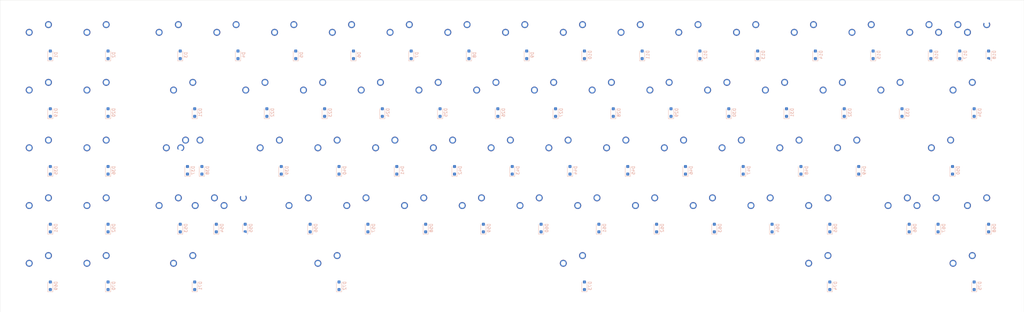
<source format=kicad_pcb>
(kicad_pcb (version 20241229) (generator "pcbnew") (generator_version "9.0")
  (layers (0 "F.Cu" signal) (2 "B.Cu" signal) (13 "F.Paste" user) (15 "B.Paste" user) (5 "F.SilkS" user "F.Silkscreen") (7 "B.SilkS" user "B.Silkscreen") (1 "F.Mask" user) (3 "B.Mask" user) (25 "Edge.Cuts" user))
  (net 0 "")
  (net 1 "Net-(D1-A)")
  (net 3 "Net-(D2-A)")
  (net 5 "Net-(D3-A)")
  (net 8 "Net-(D4-A)")
  (net 9 "Net-(D5-A)")
  (net 11 "Net-(D6-A)")
  (net 13 "Net-(D7-A)")
  (net 15 "Net-(D8-A)")
  (net 17 "Net-(D9-A)")
  (net 19 "Net-(D10-A)")
  (net 22 "Net-(D11-A)")
  (net 24 "Net-(D12-A)")
  (net 26 "Net-(D13-A)")
  (net 27 "Net-(D14-A)")
  (net 29 "Net-(D15-A)")
  (net 32 "Net-(D16-A)")
  (net 34 "Net-(D17-A)")
  (net 35 "Net-(D18-A)")
  (net 38 "Net-(D19-A)")
  (net 40 "Net-(D20-A)")
  (net 41 "Net-(D21-A)")
  (net 43 "Net-(D22-A)")
  (net 46 "Net-(D23-A)")
  (net 48 "Net-(D24-A)")
  (net 50 "Net-(D25-A)")
  (net 52 "Net-(D26-A)")
  (net 53 "Net-(D27-A)")
  (net 56 "Net-(D28-A)")
  (net 57 "Net-(D29-A)")
  (net 59 "Net-(D30-A)")
  (net 62 "Net-(D31-A)")
  (net 63 "Net-(D32-A)")
  (net 65 "Net-(D33-A)")
  (net 67 "Net-(D34-A)")
  (net 69 "Net-(D35-A)")
  (net 72 "Net-(D36-A)")
  (net 74 "Net-(D37-A)")
  (net 76 "Net-(D38-A)")
  (net 78 "Net-(D39-A)")
  (net 79 "Net-(D40-A)")
  (net 81 "Net-(D41-A)")
  (net 83 "Net-(D42-A)")
  (net 86 "Net-(D43-A)")
  (net 88 "Net-(D44-A)")
  (net 90 "Net-(D45-A)")
  (net 92 "Net-(D46-A)")
  (net 94 "Net-(D47-A)")
  (net 95 "Net-(D48-A)")
  (net 97 "Net-(D49-A)")
  (net 100 "Net-(D50-A)")
  (net 102 "Net-(D51-A)")
  (net 103 "Net-(D52-A)")
  (net 105 "Net-(D53-A)")
  (net 108 "Net-(D54-A)")
  (net 110 "Net-(D55-A)")
  (net 112 "Net-(D56-A)")
  (net 113 "Net-(D57-A)")
  (net 115 "Net-(D58-A)")
  (net 117 "Net-(D59-A)")
  (net 119 "Net-(D60-A)")
  (net 122 "Net-(D61-A)")
  (net 124 "Net-(D62-A)")
  (net 125 "Net-(D63-A)")
  (net 128 "Net-(D64-A)")
  (net 130 "Net-(D65-A)")
  (net 131 "Net-(D66-A)")
  (net 133 "Net-(D67-A)")
  (net 136 "Net-(D68-A)")
  (net 138 "Net-(D69-A)")
  (net 140 "Net-(D70-A)")
  (net 142 "Net-(D71-A)")
  (net 144 "Net-(D72-A)")
  (net 145 "Net-(D73-A)")
  (net 148 "Net-(D74-A)")
  (net 150 "Net-(D75-A)")
  (footprint "My-Fi Footprints:SW_MX_1u" (layer "F.Cu") (at 311.2725 86.510001)
    (property "Reference" "MX13" (hide yes))
    (property "Value" "MX_SW_solder")
    (pad "" np_thru_hole circle (at -5.08 0) (size 1.7 1.7) (drill 1.7) (layers "*.Cu" "*.Mask"))
    (pad "" np_thru_hole circle (at 0 0) (size 3.9878 3.9878) (drill 3.9878) (layers "*.Cu" "*.Mask"))
    (pad "" np_thru_hole circle (at 5.08 0) (size 1.7 1.7) (drill 1.7) (layers "*.Cu" "*.Mask"))
    (pad "1" thru_hole circle (at -3.81 -2.54) (size 2.3 2.3) (drill 1.524) (layers "*.Cu" "B.Mask"))
    (pad "2" thru_hole circle (at 2.54 -5.08) (size 2.3 2.3) (drill 1.524) (layers "*.Cu" "B.Mask") (net 26 "Net-(D13-A)"))
  )
  (footprint "My-Fi Footprints:SW_MX_1u" (layer "F.Cu") (at 306.51 124.610001)
    (property "Reference" "MX47" (hide yes))
    (property "Value" "MX_SW_solder")
    (pad "" np_thru_hole circle (at -5.08 0) (size 1.7 1.7) (drill 1.7) (layers "*.Cu" "*.Mask"))
    (pad "" np_thru_hole circle (at 0 0) (size 3.9878 3.9878) (drill 3.9878) (layers "*.Cu" "*.Mask"))
    (pad "" np_thru_hole circle (at 5.08 0) (size 1.7 1.7) (drill 1.7) (layers "*.Cu" "*.Mask"))
    (pad "1" thru_hole circle (at -3.81 -2.54) (size 2.3 2.3) (drill 1.524) (layers "*.Cu" "B.Mask"))
    (pad "2" thru_hole circle (at 2.54 -5.08) (size 2.3 2.3) (drill 1.524) (layers "*.Cu" "B.Mask") (net 94 "Net-(D47-A)"))
  )
  (footprint "My-Fi Footprints:SW_MX_1u" (layer "F.Cu") (at 96.96 105.560001)
    (property "Reference" "MX20" (hide yes))
    (property "Value" "MX_SW_solder")
    (pad "" np_thru_hole circle (at -5.08 0) (size 1.7 1.7) (drill 1.7) (layers "*.Cu" "*.Mask"))
    (pad "" np_thru_hole circle (at 0 0) (size 3.9878 3.9878) (drill 3.9878) (layers "*.Cu" "*.Mask"))
    (pad "" np_thru_hole circle (at 5.08 0) (size 1.7 1.7) (drill 1.7) (layers "*.Cu" "*.Mask"))
    (pad "1" thru_hole circle (at -3.81 -2.54) (size 2.3 2.3) (drill 1.524) (layers "*.Cu" "B.Mask"))
    (pad "2" thru_hole circle (at 2.54 -5.08) (size 2.3 2.3) (drill 1.524) (layers "*.Cu" "B.Mask") (net 40 "Net-(D20-A)"))
  )
  (footprint "My-Fi Footprints:SW_MX_1u" (layer "F.Cu") (at 201.735 143.660001)
    (property "Reference" "MX58" (hide yes))
    (property "Value" "MX_SW_solder")
    (pad "" np_thru_hole circle (at -5.08 0) (size 1.7 1.7) (drill 1.7) (layers "*.Cu" "*.Mask"))
    (pad "" np_thru_hole circle (at 0 0) (size 3.9878 3.9878) (drill 3.9878) (layers "*.Cu" "*.Mask"))
    (pad "" np_thru_hole circle (at 5.08 0) (size 1.7 1.7) (drill 1.7) (layers "*.Cu" "*.Mask"))
    (pad "1" thru_hole circle (at -3.81 -2.54) (size 2.3 2.3) (drill 1.524) (layers "*.Cu" "B.Mask"))
    (pad "2" thru_hole circle (at 2.54 -5.08) (size 2.3 2.3) (drill 1.524) (layers "*.Cu" "B.Mask") (net 115 "Net-(D58-A)"))
  )
  (footprint "My-Fi Footprints:SW_MX_1u" (layer "F.Cu") (at 349.3725 86.510001)
    (property "Reference" "MX15" (hide yes))
    (property "Value" "MX_SW_solder")
    (pad "" np_thru_hole circle (at -5.08 0) (size 1.7 1.7) (drill 1.7) (layers "*.Cu" "*.Mask"))
    (pad "" np_thru_hole circle (at 0 0) (size 3.9878 3.9878) (drill 3.9878) (layers "*.Cu" "*.Mask"))
    (pad "" np_thru_hole circle (at 5.08 0) (size 1.7 1.7) (drill 1.7) (layers "*.Cu" "*.Mask"))
    (pad "1" thru_hole circle (at -3.81 -2.54) (size 2.3 2.3) (drill 1.524) (layers "*.Cu" "B.Mask"))
    (pad "2" thru_hole circle (at 2.54 -5.08) (size 2.3 2.3) (drill 1.524) (layers "*.Cu" "B.Mask") (net 29 "Net-(D15-A)"))
  )
  (footprint "My-Fi Footprints:SW_MX_1u" (layer "F.Cu") (at 282.6975 105.560001)
    (property "Reference" "MX29" (hide yes))
    (property "Value" "MX_SW_solder")
    (pad "" np_thru_hole circle (at -5.08 0) (size 1.7 1.7) (drill 1.7) (layers "*.Cu" "*.Mask"))
    (pad "" np_thru_hole circle (at 0 0) (size 3.9878 3.9878) (drill 3.9878) (layers "*.Cu" "*.Mask"))
    (pad "" np_thru_hole circle (at 5.08 0) (size 1.7 1.7) (drill 1.7) (layers "*.Cu" "*.Mask"))
    (pad "1" thru_hole circle (at -3.81 -2.54) (size 2.3 2.3) (drill 1.524) (layers "*.Cu" "B.Mask"))
    (pad "2" thru_hole circle (at 2.54 -5.08) (size 2.3 2.3) (drill 1.524) (layers "*.Cu" "B.Mask") (net 57 "Net-(D29-A)"))
  )
  (footprint "My-Fi Footprints:SW_MX_1u" (layer "F.Cu") (at 370.80375 143.660001)
    (property "Reference" "MX67" (hide yes))
    (property "Value" "MX_SW_solder")
    (pad "" np_thru_hole circle (at -5.08 0) (size 1.7 1.7) (drill 1.7) (layers "*.Cu" "*.Mask"))
    (pad "" np_thru_hole circle (at 0 0) (size 3.9878 3.9878) (drill 3.9878) (layers "*.Cu" "*.Mask"))
    (pad "" np_thru_hole circle (at 5.08 0) (size 1.7 1.7) (drill 1.7) (layers "*.Cu" "*.Mask"))
    (pad "1" thru_hole circle (at -3.81 -2.54) (size 2.3 2.3) (drill 1.524) (layers "*.Cu" "B.Mask"))
    (pad "2" thru_hole circle (at 2.54 -5.08) (size 2.3 2.3) (drill 1.524) (layers "*.Cu" "B.Mask") (net 133 "Net-(D67-A)"))
  )
  (footprint "My-Fi Footprints:SW_MX_1.75u" (layer "F.Cu") (at 361.27875 143.660001)
    (property "Reference" "MX66" (hide yes))
    (property "Value" "MX_SW_solder")
    (pad "" np_thru_hole circle (at -5.08 0) (size 1.7 1.7) (drill 1.7) (layers "*.Cu" "*.Mask"))
    (pad "" np_thru_hole circle (at 0 0) (size 3.9878 3.9878) (drill 3.9878) (layers "*.Cu" "*.Mask"))
    (pad "" np_thru_hole circle (at 5.08 0) (size 1.7 1.7) (drill 1.7) (layers "*.Cu" "*.Mask"))
    (pad "1" thru_hole circle (at -3.81 -2.54) (size 2.3 2.3) (drill 1.524) (layers "*.Cu" "B.Mask"))
    (pad "2" thru_hole circle (at 2.54 -5.08) (size 2.3 2.3) (drill 1.524) (layers "*.Cu" "B.Mask") (net 131 "Net-(D66-A)"))
  )
  (footprint "My-Fi Footprints:SW_MX_1u" (layer "F.Cu") (at 206.4975 105.560001)
    (property "Reference" "MX25" (hide yes))
    (property "Value" "MX_SW_solder")
    (pad "" np_thru_hole circle (at -5.08 0) (size 1.7 1.7) (drill 1.7) (layers "*.Cu" "*.Mask"))
    (pad "" np_thru_hole circle (at 0 0) (size 3.9878 3.9878) (drill 3.9878) (layers "*.Cu" "*.Mask"))
    (pad "" np_thru_hole circle (at 5.08 0) (size 1.7 1.7) (drill 1.7) (layers "*.Cu" "*.Mask"))
    (pad "1" thru_hole circle (at -3.81 -2.54) (size 2.3 2.3) (drill 1.524) (layers "*.Cu" "B.Mask"))
    (pad "2" thru_hole circle (at 2.54 -5.08) (size 2.3 2.3) (drill 1.524) (layers "*.Cu" "B.Mask") (net 50 "Net-(D25-A)"))
  )
  (footprint "My-Fi Footprints:SW_MX_1u" (layer "F.Cu") (at 149.3475 105.560001)
    (property "Reference" "MX22" (hide yes))
    (property "Value" "MX_SW_solder")
    (pad "" np_thru_hole circle (at -5.08 0) (size 1.7 1.7) (drill 1.7) (layers "*.Cu" "*.Mask"))
    (pad "" np_thru_hole circle (at 0 0) (size 3.9878 3.9878) (drill 3.9878) (layers "*.Cu" "*.Mask"))
    (pad "" np_thru_hole circle (at 5.08 0) (size 1.7 1.7) (drill 1.7) (layers "*.Cu" "*.Mask"))
    (pad "1" thru_hole circle (at -3.81 -2.54) (size 2.3 2.3) (drill 1.524) (layers "*.Cu" "B.Mask"))
    (pad "2" thru_hole circle (at 2.54 -5.08) (size 2.3 2.3) (drill 1.524) (layers "*.Cu" "B.Mask") (net 43 "Net-(D22-A)"))
  )
  (footprint "My-Fi Footprints:SW_MX_1u" (layer "F.Cu") (at 77.91 143.660001)
    (property "Reference" "MX51" (hide yes))
    (property "Value" "MX_SW_solder")
    (pad "" np_thru_hole circle (at -5.08 0) (size 1.7 1.7) (drill 1.7) (layers "*.Cu" "*.Mask"))
    (pad "" np_thru_hole circle (at 0 0) (size 3.9878 3.9878) (drill 3.9878) (layers "*.Cu" "*.Mask"))
    (pad "" np_thru_hole circle (at 5.08 0) (size 1.7 1.7) (drill 1.7) (layers "*.Cu" "*.Mask"))
    (pad "1" thru_hole circle (at -3.81 -2.54) (size 2.3 2.3) (drill 1.524) (layers "*.Cu" "B.Mask"))
    (pad "2" thru_hole circle (at 2.54 -5.08) (size 2.3 2.3) (drill 1.524) (layers "*.Cu" "B.Mask") (net 102 "Net-(D51-A)"))
  )
  (footprint "My-Fi Footprints:SW_MX_1u" (layer "F.Cu") (at 230.31 124.610001)
    (property "Reference" "MX43" (hide yes))
    (property "Value" "MX_SW_solder")
    (pad "" np_thru_hole circle (at -5.08 0) (size 1.7 1.7) (drill 1.7) (layers "*.Cu" "*.Mask"))
    (pad "" np_thru_hole circle (at 0 0) (size 3.9878 3.9878) (drill 3.9878) (layers "*.Cu" "*.Mask"))
    (pad "" np_thru_hole circle (at 5.08 0) (size 1.7 1.7) (drill 1.7) (layers "*.Cu" "*.Mask"))
    (pad "1" thru_hole circle (at -3.81 -2.54) (size 2.3 2.3) (drill 1.524) (layers "*.Cu" "B.Mask"))
    (pad "2" thru_hole circle (at 2.54 -5.08) (size 2.3 2.3) (drill 1.524) (layers "*.Cu" "B.Mask") (net 86 "Net-(D43-A)"))
  )
  (footprint "My-Fi Footprints:SW_MX_1u" (layer "F.Cu") (at 273.1725 86.510001)
    (property "Reference" "MX11" (hide yes))
    (property "Value" "MX_SW_solder")
    (pad "" np_thru_hole circle (at -5.08 0) (size 1.7 1.7) (drill 1.7) (layers "*.Cu" "*.Mask"))
    (pad "" np_thru_hole circle (at 0 0) (size 3.9878 3.9878) (drill 3.9878) (layers "*.Cu" "*.Mask"))
    (pad "" np_thru_hole circle (at 5.08 0) (size 1.7 1.7) (drill 1.7) (layers "*.Cu" "*.Mask"))
    (pad "1" thru_hole circle (at -3.81 -2.54) (size 2.3 2.3) (drill 1.524) (layers "*.Cu" "B.Mask"))
    (pad "2" thru_hole circle (at 2.54 -5.08) (size 2.3 2.3) (drill 1.524) (layers "*.Cu" "B.Mask") (net 22 "Net-(D11-A)"))
  )
  (footprint "My-Fi Footprints:SW_MX_1u" (layer "F.Cu") (at 163.635 143.660001)
    (property "Reference" "MX56" (hide yes))
    (property "Value" "MX_SW_solder")
    (pad "" np_thru_hole circle (at -5.08 0) (size 1.7 1.7) (drill 1.7) (layers "*.Cu" "*.Mask"))
    (pad "" np_thru_hole circle (at 0 0) (size 3.9878 3.9878) (drill 3.9878) (layers "*.Cu" "*.Mask"))
    (pad "" np_thru_hole circle (at 5.08 0) (size 1.7 1.7) (drill 1.7) (layers "*.Cu" "*.Mask"))
    (pad "1" thru_hole circle (at -3.81 -2.54) (size 2.3 2.3) (drill 1.524) (layers "*.Cu" "B.Mask"))
    (pad "2" thru_hole circle (at 2.54 -5.08) (size 2.3 2.3) (drill 1.524) (layers "*.Cu" "B.Mask") (net 112 "Net-(D56-A)"))
  )
  (footprint "My-Fi Footprints:SW_MX_1u" (layer "F.Cu") (at 211.26 124.610001)
    (property "Reference" "MX42" (hide yes))
    (property "Value" "MX_SW_solder")
    (pad "" np_thru_hole circle (at -5.08 0) (size 1.7 1.7) (drill 1.7) (layers "*.Cu" "*.Mask"))
    (pad "" np_thru_hole circle (at 0 0) (size 3.9878 3.9878) (drill 3.9878) (layers "*.Cu" "*.Mask"))
    (pad "" np_thru_hole circle (at 5.08 0) (size 1.7 1.7) (drill 1.7) (layers "*.Cu" "*.Mask"))
    (pad "1" thru_hole circle (at -3.81 -2.54) (size 2.3 2.3) (drill 1.524) (layers "*.Cu" "B.Mask"))
    (pad "2" thru_hole circle (at 2.54 -5.08) (size 2.3 2.3) (drill 1.524) (layers "*.Cu" "B.Mask") (net 83 "Net-(D42-A)"))
  )
  (footprint "My-Fi Footprints:SW_MX_1u" (layer "F.Cu") (at 339.8475 105.560001)
    (property "Reference" "MX32" (hide yes))
    (property "Value" "MX_SW_solder")
    (pad "" np_thru_hole circle (at -5.08 0) (size 1.7 1.7) (drill 1.7) (layers "*.Cu" "*.Mask"))
    (pad "" np_thru_hole circle (at 0 0) (size 3.9878 3.9878) (drill 3.9878) (layers "*.Cu" "*.Mask"))
    (pad "" np_thru_hole circle (at 5.08 0) (size 1.7 1.7) (drill 1.7) (layers "*.Cu" "*.Mask"))
    (pad "1" thru_hole circle (at -3.81 -2.54) (size 2.3 2.3) (drill 1.524) (layers "*.Cu" "B.Mask"))
    (pad "2" thru_hole circle (at 2.54 -5.08) (size 2.3 2.3) (drill 1.524) (layers "*.Cu" "B.Mask") (net 63 "Net-(D32-A)"))
  )
  (footprint "My-Fi Footprints:SW_MX_1u" (layer "F.Cu") (at 258.885 143.660001)
    (property "Reference" "MX61" (hide yes))
    (property "Value" "MX_SW_solder")
    (pad "" np_thru_hole circle (at -5.08 0) (size 1.7 1.7) (drill 1.7) (layers "*.Cu" "*.Mask"))
    (pad "" np_thru_hole circle (at 0 0) (size 3.9878 3.9878) (drill 3.9878) (layers "*.Cu" "*.Mask"))
    (pad "" np_thru_hole circle (at 5.08 0) (size 1.7 1.7) (drill 1.7) (layers "*.Cu" "*.Mask"))
    (pad "1" thru_hole circle (at -3.81 -2.54) (size 2.3 2.3) (drill 1.524) (layers "*.Cu" "B.Mask"))
    (pad "2" thru_hole circle (at 2.54 -5.08) (size 2.3 2.3) (drill 1.524) (layers "*.Cu" "B.Mask") (net 122 "Net-(D61-A)"))
  )
  (footprint "My-Fi Footprints:SW_MX_1u" (layer "F.Cu") (at 235.0725 86.510001)
    (property "Reference" "MX9" (hide yes))
    (property "Value" "MX_SW_solder")
    (pad "" np_thru_hole circle (at -5.08 0) (size 1.7 1.7) (drill 1.7) (layers "*.Cu" "*.Mask"))
    (pad "" np_thru_hole circle (at 0 0) (size 3.9878 3.9878) (drill 3.9878) (layers "*.Cu" "*.Mask"))
    (pad "" np_thru_hole circle (at 5.08 0) (size 1.7 1.7) (drill 1.7) (layers "*.Cu" "*.Mask"))
    (pad "1" thru_hole circle (at -3.81 -2.54) (size 2.3 2.3) (drill 1.524) (layers "*.Cu" "B.Mask"))
    (pad "2" thru_hole circle (at 2.54 -5.08) (size 2.3 2.3) (drill 1.524) (layers "*.Cu" "B.Mask") (net 17 "Net-(D9-A)"))
  )
  (footprint "My-Fi Footprints:SW_MX_1u" (layer "F.Cu") (at 368.4225 86.510001)
    (property "Reference" "MX16" (hide yes))
    (property "Value" "MX_SW_solder")
    (pad "" np_thru_hole circle (at -5.08 0) (size 1.7 1.7) (drill 1.7) (layers "*.Cu" "*.Mask"))
    (pad "" np_thru_hole circle (at 0 0) (size 3.9878 3.9878) (drill 3.9878) (layers "*.Cu" "*.Mask"))
    (pad "" np_thru_hole circle (at 5.08 0) (size 1.7 1.7) (drill 1.7) (layers "*.Cu" "*.Mask"))
    (pad "1" thru_hole circle (at -3.81 -2.54) (size 2.3 2.3) (drill 1.524) (layers "*.Cu" "B.Mask"))
    (pad "2" thru_hole circle (at 2.54 -5.08) (size 2.3 2.3) (drill 1.524) (layers "*.Cu" "B.Mask") (net 32 "Net-(D16-A)"))
  )
  (footprint "My-Fi Footprints:SW_MX_1u" (layer "F.Cu") (at 77.91 124.610001)
    (property "Reference" "MX35" (hide yes))
    (property "Value" "MX_SW_solder")
    (pad "" np_thru_hole circle (at -5.08 0) (size 1.7 1.7) (drill 1.7) (layers "*.Cu" "*.Mask"))
    (pad "" np_thru_hole circle (at 0 0) (size 3.9878 3.9878) (drill 3.9878) (layers "*.Cu" "*.Mask"))
    (pad "" np_thru_hole circle (at 5.08 0) (size 1.7 1.7) (drill 1.7) (layers "*.Cu" "*.Mask"))
    (pad "1" thru_hole circle (at -3.81 -2.54) (size 2.3 2.3) (drill 1.524) (layers "*.Cu" "B.Mask"))
    (pad "2" thru_hole circle (at 2.54 -5.08) (size 2.3 2.3) (drill 1.524) (layers "*.Cu" "B.Mask") (net 69 "Net-(D35-A)"))
  )
  (footprint "My-Fi Footprints:SW_MX_1u" (layer "F.Cu") (at 182.685 143.660001)
    (property "Reference" "MX57" (hide yes))
    (property "Value" "MX_SW_solder")
    (pad "" np_thru_hole circle (at -5.08 0) (size 1.7 1.7) (drill 1.7) (layers "*.Cu" "*.Mask"))
    (pad "" np_thru_hole circle (at 0 0) (size 3.9878 3.9878) (drill 3.9878) (layers "*.Cu" "*.Mask"))
    (pad "" np_thru_hole circle (at 5.08 0) (size 1.7 1.7) (drill 1.7) (layers "*.Cu" "*.Mask"))
    (pad "1" thru_hole circle (at -3.81 -2.54) (size 2.3 2.3) (drill 1.524) (layers "*.Cu" "B.Mask"))
    (pad "2" thru_hole circle (at 2.54 -5.08) (size 2.3 2.3) (drill 1.524) (layers "*.Cu" "B.Mask") (net 113 "Net-(D57-A)"))
  )
  (footprint "My-Fi Footprints:SW_MX_1u" (layer "F.Cu") (at 173.16 124.610001)
    (property "Reference" "MX40" (hide yes))
    (property "Value" "MX_SW_solder")
    (pad "" np_thru_hole circle (at -5.08 0) (size 1.7 1.7) (drill 1.7) (layers "*.Cu" "*.Mask"))
    (pad "" np_thru_hole circle (at 0 0) (size 3.9878 3.9878) (drill 3.9878) (layers "*.Cu" "*.Mask"))
    (pad "" np_thru_hole circle (at 5.08 0) (size 1.7 1.7) (drill 1.7) (layers "*.Cu" "*.Mask"))
    (pad "1" thru_hole circle (at -3.81 -2.54) (size 2.3 2.3) (drill 1.524) (layers "*.Cu" "B.Mask"))
    (pad "2" thru_hole circle (at 2.54 -5.08) (size 2.3 2.3) (drill 1.524) (layers "*.Cu" "B.Mask") (net 79 "Net-(D40-A)"))
  )
  (footprint "My-Fi Footprints:SW_MX_1u" (layer "F.Cu") (at 254.1225 162.710001)
    (property "Reference" "MX73" (hide yes))
    (property "Value" "MX_SW_solder")
    (pad "" np_thru_hole circle (at -5.08 0) (size 1.7 1.7) (drill 1.7) (layers "*.Cu" "*.Mask"))
    (pad "" np_thru_hole circle (at 0 0) (size 3.9878 3.9878) (drill 3.9878) (layers "*.Cu" "*.Mask"))
    (pad "" np_thru_hole circle (at 5.08 0) (size 1.7 1.7) (drill 1.7) (layers "*.Cu" "*.Mask"))
    (pad "1" thru_hole circle (at -3.81 -2.54) (size 2.3 2.3) (drill 1.524) (layers "*.Cu" "B.Mask"))
    (pad "2" thru_hole circle (at 2.54 -5.08) (size 2.3 2.3) (drill 1.524) (layers "*.Cu" "B.Mask") (net 145 "Net-(D73-A)"))
  )
  (footprint "My-Fi Footprints:SW_MX_1u" (layer "F.Cu") (at 96.96 124.610001)
    (property "Reference" "MX36" (hide yes))
    (property "Value" "MX_SW_solder")
    (pad "" np_thru_hole circle (at -5.08 0) (size 1.7 1.7) (drill 1.7) (layers "*.Cu" "*.Mask"))
    (pad "" np_thru_hole circle (at 0 0) (size 3.9878 3.9878) (drill 3.9878) (layers "*.Cu" "*.Mask"))
    (pad "" np_thru_hole circle (at 5.08 0) (size 1.7 1.7) (drill 1.7) (layers "*.Cu" "*.Mask"))
    (pad "1" thru_hole circle (at -3.81 -2.54) (size 2.3 2.3) (drill 1.524) (layers "*.Cu" "B.Mask"))
    (pad "2" thru_hole circle (at 2.54 -5.08) (size 2.3 2.3) (drill 1.524) (layers "*.Cu" "B.Mask") (net 72 "Net-(D36-A)"))
  )
  (footprint "My-Fi Footprints:SW_MX_1.75u_STP_1.25" (layer "F.Cu") (at 123.15375 124.610001)
    (property "Reference" "MX37" (hide yes))
    (property "Value" "MX_SW_solder")
    (pad "" np_thru_hole circle (at -5.08 0) (size 1.7 1.7) (drill 1.7) (layers "*.Cu" "*.Mask"))
    (pad "" np_thru_hole circle (at 0 0) (size 3.9878 3.9878) (drill 3.9878) (layers "*.Cu" "*.Mask"))
    (pad "" np_thru_hole circle (at 5.08 0) (size 1.7 1.7) (drill 1.7) (layers "*.Cu" "*.Mask"))
    (pad "1" thru_hole circle (at -3.81 -2.54) (size 2.3 2.3) (drill 1.524) (layers "*.Cu" "B.Mask"))
    (pad "2" thru_hole circle (at 2.54 -5.08) (size 2.3 2.3) (drill 1.524) (layers "*.Cu" "B.Mask") (net 74 "Net-(D37-A)"))
  )
  (footprint "My-Fi Footprints:SW_MX_1u" (layer "F.Cu") (at 192.21 124.610001)
    (property "Reference" "MX41" (hide yes))
    (property "Value" "MX_SW_solder")
    (pad "" np_thru_hole circle (at -5.08 0) (size 1.7 1.7) (drill 1.7) (layers "*.Cu" "*.Mask"))
    (pad "" np_thru_hole circle (at 0 0) (size 3.9878 3.9878) (drill 3.9878) (layers "*.Cu" "*.Mask"))
    (pad "" np_thru_hole circle (at 5.08 0) (size 1.7 1.7) (drill 1.7) (layers "*.Cu" "*.Mask"))
    (pad "1" thru_hole circle (at -3.81 -2.54) (size 2.3 2.3) (drill 1.524) (layers "*.Cu" "B.Mask"))
    (pad "2" thru_hole circle (at 2.54 -5.08) (size 2.3 2.3) (drill 1.524) (layers "*.Cu" "B.Mask") (net 81 "Net-(D41-A)"))
  )
  (footprint "My-Fi Footprints:SW_MX_1u" (layer "F.Cu") (at 77.91 162.710001)
    (property "Reference" "MX69" (hide yes))
    (property "Value" "MX_SW_solder")
    (pad "" np_thru_hole circle (at -5.08 0) (size 1.7 1.7) (drill 1.7) (layers "*.Cu" "*.Mask"))
    (pad "" np_thru_hole circle (at 0 0) (size 3.9878 3.9878) (drill 3.9878) (layers "*.Cu" "*.Mask"))
    (pad "" np_thru_hole circle (at 5.08 0) (size 1.7 1.7) (drill 1.7) (layers "*.Cu" "*.Mask"))
    (pad "1" thru_hole circle (at -3.81 -2.54) (size 2.3 2.3) (drill 1.524) (layers "*.Cu" "B.Mask"))
    (pad "2" thru_hole circle (at 2.54 -5.08) (size 2.3 2.3) (drill 1.524) (layers "*.Cu" "B.Mask") (net 138 "Net-(D69-A)"))
  )
  (footprint "My-Fi Footprints:SW_MX_1u" (layer "F.Cu") (at 301.7475 105.560001)
    (property "Reference" "MX30" (hide yes))
    (property "Value" "MX_SW_solder")
    (pad "" np_thru_hole circle (at -5.08 0) (size 1.7 1.7) (drill 1.7) (layers "*.Cu" "*.Mask"))
    (pad "" np_thru_hole circle (at 0 0) (size 3.9878 3.9878) (drill 3.9878) (layers "*.Cu" "*.Mask"))
    (pad "" np_thru_hole circle (at 5.08 0) (size 1.7 1.7) (drill 1.7) (layers "*.Cu" "*.Mask"))
    (pad "1" thru_hole circle (at -3.81 -2.54) (size 2.3 2.3) (drill 1.524) (layers "*.Cu" "B.Mask"))
    (pad "2" thru_hole circle (at 2.54 -5.08) (size 2.3 2.3) (drill 1.524) (layers "*.Cu" "B.Mask") (net 59 "Net-(D30-A)"))
  )
  (footprint "My-Fi Footprints:SW_MX_1.5u" (layer "F.Cu") (at 125.535 162.710001)
    (property "Reference" "MX71" (hide yes))
    (property "Value" "MX_SW_solder")
    (pad "" np_thru_hole circle (at -5.08 0) (size 1.7 1.7) (drill 1.7) (layers "*.Cu" "*.Mask"))
    (pad "" np_thru_hole circle (at 0 0) (size 3.9878 3.9878) (drill 3.9878) (layers "*.Cu" "*.Mask"))
    (pad "" np_thru_hole circle (at 5.08 0) (size 1.7 1.7) (drill 1.7) (layers "*.Cu" "*.Mask"))
    (pad "1" thru_hole circle (at -3.81 -2.54) (size 2.3 2.3) (drill 1.524) (layers "*.Cu" "B.Mask"))
    (pad "2" thru_hole circle (at 2.54 -5.08) (size 2.3 2.3) (drill 1.524) (layers "*.Cu" "B.Mask") (net 142 "Net-(D71-A)"))
  )
  (footprint "My-Fi Footprints:SW_MX_1u" (layer "F.Cu") (at 344.61 124.610001)
    (property "Reference" "MX49" (hide yes))
    (property "Value" "MX_SW_solder")
    (pad "" np_thru_hole circle (at -5.08 0) (size 1.7 1.7) (drill 1.7) (layers "*.Cu" "*.Mask"))
    (pad "" np_thru_hole circle (at 0 0) (size 3.9878 3.9878) (drill 3.9878) (layers "*.Cu" "*.Mask"))
    (pad "" np_thru_hole circle (at 5.08 0) (size 1.7 1.7) (drill 1.7) (layers "*.Cu" "*.Mask"))
    (pad "1" thru_hole circle (at -3.81 -2.54) (size 2.3 2.3) (drill 1.524) (layers "*.Cu" "B.Mask"))
    (pad "2" thru_hole circle (at 2.54 -5.08) (size 2.3 2.3) (drill 1.524) (layers "*.Cu" "B.Mask") (net 97 "Net-(D49-A)"))
  )
  (footprint "My-Fi Footprints:SW_MX_1u" (layer "F.Cu") (at 277.935 143.660001)
    (property "Reference" "MX62" (hide yes))
    (property "Value" "MX_SW_solder")
    (pad "" np_thru_hole circle (at -5.08 0) (size 1.7 1.7) (drill 1.7) (layers "*.Cu" "*.Mask"))
    (pad "" np_thru_hole circle (at 0 0) (size 3.9878 3.9878) (drill 3.9878) (layers "*.Cu" "*.Mask"))
    (pad "" np_thru_hole circle (at 5.08 0) (size 1.7 1.7) (drill 1.7) (layers "*.Cu" "*.Mask"))
    (pad "1" thru_hole circle (at -3.81 -2.54) (size 2.3 2.3) (drill 1.524) (layers "*.Cu" "B.Mask"))
    (pad "2" thru_hole circle (at 2.54 -5.08) (size 2.3 2.3) (drill 1.524) (layers "*.Cu" "B.Mask") (net 124 "Net-(D62-A)"))
  )
  (footprint "My-Fi Footprints:SW_MX_1u" (layer "F.Cu") (at 154.11 124.610001)
    (property "Reference" "MX39" (hide yes))
    (property "Value" "MX_SW_solder")
    (pad "" np_thru_hole circle (at -5.08 0) (size 1.7 1.7) (drill 1.7) (layers "*.Cu" "*.Mask"))
    (pad "" np_thru_hole circle (at 0 0) (size 3.9878 3.9878) (drill 3.9878) (layers "*.Cu" "*.Mask"))
    (pad "" np_thru_hole circle (at 5.08 0) (size 1.7 1.7) (drill 1.7) (layers "*.Cu" "*.Mask"))
    (pad "1" thru_hole circle (at -3.81 -2.54) (size 2.3 2.3) (drill 1.524) (layers "*.Cu" "B.Mask"))
    (pad "2" thru_hole circle (at 2.54 -5.08) (size 2.3 2.3) (drill 1.524) (layers "*.Cu" "B.Mask") (net 78 "Net-(D39-A)"))
  )
  (footprint "My-Fi Footprints:SW_MX_1u" (layer "F.Cu") (at 139.8225 86.510001)
    (property "Reference" "MX4" (hide yes))
    (property "Value" "MX_SW_solder")
    (pad "" np_thru_hole circle (at -5.08 0) (size 1.7 1.7) (drill 1.7) (layers "*.Cu" "*.Mask"))
    (pad "" np_thru_hole circle (at 0 0) (size 3.9878 3.9878) (drill 3.9878) (layers "*.Cu" "*.Mask"))
    (pad "" np_thru_hole circle (at 5.08 0) (size 1.7 1.7) (drill 1.7) (layers "*.Cu" "*.Mask"))
    (pad "1" thru_hole circle (at -3.81 -2.54) (size 2.3 2.3) (drill 1.524) (layers "*.Cu" "B.Mask"))
    (pad "2" thru_hole circle (at 2.54 -5.08) (size 2.3 2.3) (drill 1.524) (layers "*.Cu" "B.Mask") (net 8 "Net-(D4-A)"))
  )
  (footprint "My-Fi Footprints:SW_MX_1u" (layer "F.Cu") (at 216.0225 86.510001)
    (property "Reference" "MX8" (hide yes))
    (property "Value" "MX_SW_solder")
    (pad "" np_thru_hole circle (at -5.08 0) (size 1.7 1.7) (drill 1.7) (layers "*.Cu" "*.Mask"))
    (pad "" np_thru_hole circle (at 0 0) (size 3.9878 3.9878) (drill 3.9878) (layers "*.Cu" "*.Mask"))
    (pad "" np_thru_hole circle (at 5.08 0) (size 1.7 1.7) (drill 1.7) (layers "*.Cu" "*.Mask"))
    (pad "1" thru_hole circle (at -3.81 -2.54) (size 2.3 2.3) (drill 1.524) (layers "*.Cu" "B.Mask"))
    (pad "2" thru_hole circle (at 2.54 -5.08) (size 2.3 2.3) (drill 1.524) (layers "*.Cu" "B.Mask") (net 15 "Net-(D8-A)"))
  )
  (footprint "My-Fi Footprints:SW_MX_1u" (layer "F.Cu") (at 316.035 143.660001)
    (property "Reference" "MX64" (hide yes))
    (property "Value" "MX_SW_solder")
    (pad "" np_thru_hole circle (at -5.08 0) (size 1.7 1.7) (drill 1.7) (layers "*.Cu" "*.Mask"))
    (pad "" np_thru_hole circle (at 0 0) (size 3.9878 3.9878) (drill 3.9878) (layers "*.Cu" "*.Mask"))
    (pad "" np_thru_hole circle (at 5.08 0) (size 1.7 1.7) (drill 1.7) (layers "*.Cu" "*.Mask"))
    (pad "1" thru_hole circle (at -3.81 -2.54) (size 2.3 2.3) (drill 1.524) (layers "*.Cu" "B.Mask"))
    (pad "2" thru_hole circle (at 2.54 -5.08) (size 2.3 2.3) (drill 1.524) (layers "*.Cu" "B.Mask") (net 128 "Net-(D64-A)"))
  )
  (footprint "My-Fi Footprints:SW_MX_1u" (layer "F.Cu") (at 239.835 143.660001)
    (property "Reference" "MX60" (hide yes))
    (property "Value" "MX_SW_solder")
    (pad "" np_thru_hole circle (at -5.08 0) (size 1.7 1.7) (drill 1.7) (layers "*.Cu" "*.Mask"))
    (pad "" np_thru_hole circle (at 0 0) (size 3.9878 3.9878) (drill 3.9878) (layers "*.Cu" "*.Mask"))
    (pad "" np_thru_hole circle (at 5.08 0) (size 1.7 1.7) (drill 1.7) (layers "*.Cu" "*.Mask"))
    (pad "1" thru_hole circle (at -3.81 -2.54) (size 2.3 2.3) (drill 1.524) (layers "*.Cu" "B.Mask"))
    (pad "2" thru_hole circle (at 2.54 -5.08) (size 2.3 2.3) (drill 1.524) (layers "*.Cu" "B.Mask") (net 119 "Net-(D60-A)"))
  )
  (footprint "My-Fi Footprints:SW_MX_1.75u" (layer "F.Cu") (at 127.91625 124.610001)
    (property "Reference" "MX38" (hide yes))
    (property "Value" "MX_SW_solder")
    (pad "" np_thru_hole circle (at -5.08 0) (size 1.7 1.7) (drill 1.7) (layers "*.Cu" "*.Mask"))
    (pad "" np_thru_hole circle (at 0 0) (size 3.9878 3.9878) (drill 3.9878) (layers "*.Cu" "*.Mask"))
    (pad "" np_thru_hole circle (at 5.08 0) (size 1.7 1.7) (drill 1.7) (layers "*.Cu" "*.Mask"))
    (pad "1" thru_hole circle (at -3.81 -2.54) (size 2.3 2.3) (drill 1.524) (layers "*.Cu" "B.Mask"))
    (pad "2" thru_hole circle (at 2.54 -5.08) (size 2.3 2.3) (drill 1.524) (layers "*.Cu" "B.Mask") (net 76 "Net-(D38-A)"))
  )
  (footprint "My-Fi Footprints:SW_MX_1u" (layer "F.Cu") (at 287.46 124.610001)
    (property "Reference" "MX46" (hide yes))
    (property "Value" "MX_SW_solder")
    (pad "" np_thru_hole circle (at -5.08 0) (size 1.7 1.7) (drill 1.7) (layers "*.Cu" "*.Mask"))
    (pad "" np_thru_hole circle (at 0 0) (size 3.9878 3.9878) (drill 3.9878) (layers "*.Cu" "*.Mask"))
    (pad "" np_thru_hole circle (at 5.08 0) (size 1.7 1.7) (drill 1.7) (layers "*.Cu" "*.Mask"))
    (pad "1" thru_hole circle (at -3.81 -2.54) (size 2.3 2.3) (drill 1.524) (layers "*.Cu" "B.Mask"))
    (pad "2" thru_hole circle (at 2.54 -5.08) (size 2.3 2.3) (drill 1.524) (layers "*.Cu" "B.Mask") (net 92 "Net-(D46-A)"))
  )
  (footprint "My-Fi Footprints:SW_MX_1u" (layer "F.Cu") (at 96.96 143.660001)
    (property "Reference" "MX52" (hide yes))
    (property "Value" "MX_SW_solder")
    (pad "" np_thru_hole circle (at -5.08 0) (size 1.7 1.7) (drill 1.7) (layers "*.Cu" "*.Mask"))
    (pad "" np_thru_hole circle (at 0 0) (size 3.9878 3.9878) (drill 3.9878) (layers "*.Cu" "*.Mask"))
    (pad "" np_thru_hole circle (at 5.08 0) (size 1.7 1.7) (drill 1.7) (layers "*.Cu" "*.Mask"))
    (pad "1" thru_hole circle (at -3.81 -2.54) (size 2.3 2.3) (drill 1.524) (layers "*.Cu" "B.Mask"))
    (pad "2" thru_hole circle (at 2.54 -5.08) (size 2.3 2.3) (drill 1.524) (layers "*.Cu" "B.Mask") (net 103 "Net-(D52-A)"))
  )
  (footprint "My-Fi Footprints:SW_MX_1u" (layer "F.Cu") (at 177.9225 86.510001)
    (property "Reference" "MX6" (hide yes))
    (property "Value" "MX_SW_solder")
    (pad "" np_thru_hole circle (at -5.08 0) (size 1.7 1.7) (drill 1.7) (layers "*.Cu" "*.Mask"))
    (pad "" np_thru_hole circle (at 0 0) (size 3.9878 3.9878) (drill 3.9878) (layers "*.Cu" "*.Mask"))
    (pad "" np_thru_hole circle (at 5.08 0) (size 1.7 1.7) (drill 1.7) (layers "*.Cu" "*.Mask"))
    (pad "1" thru_hole circle (at -3.81 -2.54) (size 2.3 2.3) (drill 1.524) (layers "*.Cu" "B.Mask"))
    (pad "2" thru_hole circle (at 2.54 -5.08) (size 2.3 2.3) (drill 1.524) (layers "*.Cu" "B.Mask") (net 11 "Net-(D6-A)"))
  )
  (footprint "My-Fi Footprints:SW_MX_1u" (layer "F.Cu") (at 187.4475 105.560001)
    (property "Reference" "MX24" (hide yes))
    (property "Value" "MX_SW_solder")
    (pad "" np_thru_hole circle (at -5.08 0) (size 1.7 1.7) (drill 1.7) (layers "*.Cu" "*.Mask"))
    (pad "" np_thru_hole circle (at 0 0) (size 3.9878 3.9878) (drill 3.9878) (layers "*.Cu" "*.Mask"))
    (pad "" np_thru_hole circle (at 5.08 0) (size 1.7 1.7) (drill 1.7) (layers "*.Cu" "*.Mask"))
    (pad "1" thru_hole circle (at -3.81 -2.54) (size 2.3 2.3) (drill 1.524) (layers "*.Cu" "B.Mask"))
    (pad "2" thru_hole circle (at 2.54 -5.08) (size 2.3 2.3) (drill 1.524) (layers "*.Cu" "B.Mask") (net 48 "Net-(D24-A)"))
  )
  (footprint "My-Fi Footprints:SW_MX_1u" (layer "F.Cu") (at 244.5975 105.560001)
    (property "Reference" "MX27" (hide yes))
    (property "Value" "MX_SW_solder")
    (pad "" np_thru_hole circle (at -5.08 0) (size 1.7 1.7) (drill 1.7) (layers "*.Cu" "*.Mask"))
    (pad "" np_thru_hole circle (at 0 0) (size 3.9878 3.9878) (drill 3.9878) (layers "*.Cu" "*.Mask"))
    (pad "" np_thru_hole circle (at 5.08 0) (size 1.7 1.7) (drill 1.7) (layers "*.Cu" "*.Mask"))
    (pad "1" thru_hole circle (at -3.81 -2.54) (size 2.3 2.3) (drill 1.524) (layers "*.Cu" "B.Mask"))
    (pad "2" thru_hole circle (at 2.54 -5.08) (size 2.3 2.3) (drill 1.524) (layers "*.Cu" "B.Mask") (net 53 "Net-(D27-A)"))
  )
  (footprint "My-Fi Footprints:SW_MX_1u" (layer "F.Cu") (at 296.985 143.660001)
    (property "Reference" "MX63" (hide yes))
    (property "Value" "MX_SW_solder")
    (pad "" np_thru_hole circle (at -5.08 0) (size 1.7 1.7) (drill 1.7) (layers "*.Cu" "*.Mask"))
    (pad "" np_thru_hole circle (at 0 0) (size 3.9878 3.9878) (drill 3.9878) (layers "*.Cu" "*.Mask"))
    (pad "" np_thru_hole circle (at 5.08 0) (size 1.7 1.7) (drill 1.7) (layers "*.Cu" "*.Mask"))
    (pad "1" thru_hole circle (at -3.81 -2.54) (size 2.3 2.3) (drill 1.524) (layers "*.Cu" "B.Mask"))
    (pad "2" thru_hole circle (at 2.54 -5.08) (size 2.3 2.3) (drill 1.524) (layers "*.Cu" "B.Mask") (net 125 "Net-(D63-A)"))
  )
  (footprint "My-Fi Footprints:SW_MX_1.5u" (layer "F.Cu") (at 335.085 162.710001)
    (property "Reference" "MX74" (hide yes))
    (property "Value" "MX_SW_solder")
    (pad "" np_thru_hole circle (at -5.08 0) (size 1.7 1.7) (drill 1.7) (layers "*.Cu" "*.Mask"))
    (pad "" np_thru_hole circle (at 0 0) (size 3.9878 3.9878) (drill 3.9878) (layers "*.Cu" "*.Mask"))
    (pad "" np_thru_hole circle (at 5.08 0) (size 1.7 1.7) (drill 1.7) (layers "*.Cu" "*.Mask"))
    (pad "1" thru_hole circle (at -3.81 -2.54) (size 2.3 2.3) (drill 1.524) (layers "*.Cu" "B.Mask"))
    (pad "2" thru_hole circle (at 2.54 -5.08) (size 2.3 2.3) (drill 1.524) (layers "*.Cu" "B.Mask") (net 148 "Net-(D74-A)"))
  )
  (footprint "My-Fi Footprints:SW_MX_1u" (layer "F.Cu") (at 254.1225 86.510001)
    (property "Reference" "MX10" (hide yes))
    (property "Value" "MX_SW_solder")
    (pad "" np_thru_hole circle (at -5.08 0) (size 1.7 1.7) (drill 1.7) (layers "*.Cu" "*.Mask"))
    (pad "" np_thru_hole circle (at 0 0) (size 3.9878 3.9878) (drill 3.9878) (layers "*.Cu" "*.Mask"))
    (pad "" np_thru_hole circle (at 5.08 0) (size 1.7 1.7) (drill 1.7) (layers "*.Cu" "*.Mask"))
    (pad "1" thru_hole circle (at -3.81 -2.54) (size 2.3 2.3) (drill 1.524) (layers "*.Cu" "B.Mask"))
    (pad "2" thru_hole circle (at 2.54 -5.08) (size 2.3 2.3) (drill 1.524) (layers "*.Cu" "B.Mask") (net 19 "Net-(D10-A)"))
  )
  (footprint "My-Fi Footprints:SW_MX_1.5u" (layer "F.Cu") (at 125.535 105.560001)
    (property "Reference" "MX21" (hide yes))
    (property "Value" "MX_SW_solder")
    (pad "" np_thru_hole circle (at -5.08 0) (size 1.7 1.7) (drill 1.7) (layers "*.Cu" "*.Mask"))
    (pad "" np_thru_hole circle (at 0 0) (size 3.9878 3.9878) (drill 3.9878) (layers "*.Cu" "*.Mask"))
    (pad "" np_thru_hole circle (at 5.08 0) (size 1.7 1.7) (drill 1.7) (layers "*.Cu" "*.Mask"))
    (pad "1" thru_hole circle (at -3.81 -2.54) (size 2.3 2.3) (drill 1.524) (layers "*.Cu" "B.Mask"))
    (pad "2" thru_hole circle (at 2.54 -5.08) (size 2.3 2.3) (drill 1.524) (layers "*.Cu" "B.Mask") (net 41 "Net-(D21-A)"))
  )
  (footprint "My-Fi Footprints:SW_MX_1u" (layer "F.Cu") (at 387.4725 143.660001)
    (property "Reference" "MX68" (hide yes))
    (property "Value" "MX_SW_solder")
    (pad "" np_thru_hole circle (at -5.08 0) (size 1.7 1.7) (drill 1.7) (layers "*.Cu" "*.Mask"))
    (pad "" np_thru_hole circle (at 0 0) (size 3.9878 3.9878) (drill 3.9878) (layers "*.Cu" "*.Mask"))
    (pad "" np_thru_hole circle (at 5.08 0) (size 1.7 1.7) (drill 1.7) (layers "*.Cu" "*.Mask"))
    (pad "1" thru_hole circle (at -3.81 -2.54) (size 2.3 2.3) (drill 1.524) (layers "*.Cu" "B.Mask"))
    (pad "2" thru_hole circle (at 2.54 -5.08) (size 2.3 2.3) (drill 1.524) (layers "*.Cu" "B.Mask") (net 136 "Net-(D68-A)"))
  )
  (footprint "My-Fi Footprints:SW_MX_1u" (layer "F.Cu") (at 330.3225 86.510001)
    (property "Reference" "MX14" (hide yes))
    (property "Value" "MX_SW_solder")
    (pad "" np_thru_hole circle (at -5.08 0) (size 1.7 1.7) (drill 1.7) (layers "*.Cu" "*.Mask"))
    (pad "" np_thru_hole circle (at 0 0) (size 3.9878 3.9878) (drill 3.9878) (layers "*.Cu" "*.Mask"))
    (pad "" np_thru_hole circle (at 5.08 0) (size 1.7 1.7) (drill 1.7) (layers "*.Cu" "*.Mask"))
    (pad "1" thru_hole circle (at -3.81 -2.54) (size 2.3 2.3) (drill 1.524) (layers "*.Cu" "B.Mask"))
    (pad "2" thru_hole circle (at 2.54 -5.08) (size 2.3 2.3) (drill 1.524) (layers "*.Cu" "B.Mask") (net 27 "Net-(D14-A)"))
  )
  (footprint "My-Fi Footprints:SW_MX_1u" (layer "F.Cu") (at 263.6475 105.560001)
    (property "Reference" "MX28" (hide yes))
    (property "Value" "MX_SW_solder")
    (pad "" np_thru_hole circle (at -5.08 0) (size 1.7 1.7) (drill 1.7) (layers "*.Cu" "*.Mask"))
    (pad "" np_thru_hole circle (at 0 0) (size 3.9878 3.9878) (drill 3.9878) (layers "*.Cu" "*.Mask"))
    (pad "" np_thru_hole circle (at 5.08 0) (size 1.7 1.7) (drill 1.7) (layers "*.Cu" "*.Mask"))
    (pad "1" thru_hole circle (at -3.81 -2.54) (size 2.3 2.3) (drill 1.524) (layers "*.Cu" "B.Mask"))
    (pad "2" thru_hole circle (at 2.54 -5.08) (size 2.3 2.3) (drill 1.524) (layers "*.Cu" "B.Mask") (net 56 "Net-(D28-A)"))
  )
  (footprint "My-Fi Footprints:SW_MX_1u" (layer "F.Cu") (at 249.36 124.610001)
    (property "Reference" "MX44" (hide yes))
    (property "Value" "MX_SW_solder")
    (pad "" np_thru_hole circle (at -5.08 0) (size 1.7 1.7) (drill 1.7) (layers "*.Cu" "*.Mask"))
    (pad "" np_thru_hole circle (at 0 0) (size 3.9878 3.9878) (drill 3.9878) (layers "*.Cu" "*.Mask"))
    (pad "" np_thru_hole circle (at 5.08 0) (size 1.7 1.7) (drill 1.7) (layers "*.Cu" "*.Mask"))
    (pad "1" thru_hole circle (at -3.81 -2.54) (size 2.3 2.3) (drill 1.524) (layers "*.Cu" "B.Mask"))
    (pad "2" thru_hole circle (at 2.54 -5.08) (size 2.3 2.3) (drill 1.524) (layers "*.Cu" "B.Mask") (net 88 "Net-(D44-A)"))
  )
  (footprint "My-Fi Footprints:SW_MX_1u" (layer "F.Cu") (at 377.9475 86.510001)
    (property "Reference" "MX17" (hide yes))
    (property "Value" "MX_SW_solder")
    (pad "" np_thru_hole circle (at -5.08 0) (size 1.7 1.7) (drill 1.7) (layers "*.Cu" "*.Mask"))
    (pad "" np_thru_hole circle (at 0 0) (size 3.9878 3.9878) (drill 3.9878) (layers "*.Cu" "*.Mask"))
    (pad "" np_thru_hole circle (at 5.08 0) (size 1.7 1.7) (drill 1.7) (layers "*.Cu" "*.Mask"))
    (pad "1" thru_hole circle (at -3.81 -2.54) (size 2.3 2.3) (drill 1.524) (layers "*.Cu" "B.Mask"))
    (pad "2" thru_hole circle (at 2.54 -5.08) (size 2.3 2.3) (drill 1.524) (layers "*.Cu" "B.Mask") (net 34 "Net-(D17-A)"))
  )
  (footprint "My-Fi Footprints:SW_MX_1.5u" (layer "F.Cu") (at 382.71 105.560001)
    (property "Reference" "MX34" (hide yes))
    (property "Value" "MX_SW_solder")
    (pad "" np_thru_hole circle (at -5.08 0) (size 1.7 1.7) (drill 1.7) (layers "*.Cu" "*.Mask"))
    (pad "" np_thru_hole circle (at 0 0) (size 3.9878 3.9878) (drill 3.9878) (layers "*.Cu" "*.Mask"))
    (pad "" np_thru_hole circle (at 5.08 0) (size 1.7 1.7) (drill 1.7) (layers "*.Cu" "*.Mask"))
    (pad "1" thru_hole circle (at -3.81 -2.54) (size 2.3 2.3) (drill 1.524) (layers "*.Cu" "B.Mask"))
    (pad "2" thru_hole circle (at 2.54 -5.08) (size 2.3 2.3) (drill 1.524) (layers "*.Cu" "B.Mask") (net 67 "Net-(D34-A)"))
  )
  (footprint "My-Fi Footprints:SW_MX_1u" (layer "F.Cu") (at 268.41 124.610001)
    (property "Reference" "MX45" (hide yes))
    (property "Value" "MX_SW_solder")
    (pad "" np_thru_hole circle (at -5.08 0) (size 1.7 1.7) (drill 1.7) (layers "*.Cu" "*.Mask"))
    (pad "" np_thru_hole circle (at 0 0) (size 3.9878 3.9878) (drill 3.9878) (layers "*.Cu" "*.Mask"))
    (pad "" np_thru_hole circle (at 5.08 0) (size 1.7 1.7) (drill 1.7) (layers "*.Cu" "*.Mask"))
    (pad "1" thru_hole circle (at -3.81 -2.54) (size 2.3 2.3) (drill 1.524) (layers "*.Cu" "B.Mask"))
    (pad "2" thru_hole circle (at 2.54 -5.08) (size 2.3 2.3) (drill 1.524) (layers "*.Cu" "B.Mask") (net 90 "Net-(D45-A)"))
  )
  (footprint "My-Fi Footprints:SW_MX_1.25u" (layer "F.Cu") (at 142.20375 143.660001)
    (property "Reference" "MX55" (hide yes))
    (property "Value" "MX_SW_solder")
    (pad "" np_thru_hole circle (at -5.08 0) (size 1.7 1.7) (drill 1.7) (layers "*.Cu" "*.Mask"))
    (pad "" np_thru_hole circle (at 0 0) (size 3.9878 3.9878) (drill 3.9878) (layers "*.Cu" "*.Mask"))
    (pad "" np_thru_hole circle (at 5.08 0) (size 1.7 1.7) (drill 1.7) (layers "*.Cu" "*.Mask"))
    (pad "1" thru_hole circle (at -3.81 -2.54) (size 2.3 2.3) (drill 1.524) (layers "*.Cu" "B.Mask"))
    (pad "2" thru_hole circle (at 2.54 -5.08) (size 2.3 2.3) (drill 1.524) (layers "*.Cu" "B.Mask") (net 110 "Net-(D55-A)"))
  )
  (footprint "My-Fi Footprints:SW_MX_1u" (layer "F.Cu") (at 358.8975 105.560001)
    (property "Reference" "MX33" (hide yes))
    (property "Value" "MX_SW_solder")
    (pad "" np_thru_hole circle (at -5.08 0) (size 1.7 1.7) (drill 1.7) (layers "*.Cu" "*.Mask"))
    (pad "" np_thru_hole circle (at 0 0) (size 3.9878 3.9878) (drill 3.9878) (layers "*.Cu" "*.Mask"))
    (pad "" np_thru_hole circle (at 5.08 0) (size 1.7 1.7) (drill 1.7) (layers "*.Cu" "*.Mask"))
    (pad "1" thru_hole circle (at -3.81 -2.54) (size 2.3 2.3) (drill 1.524) (layers "*.Cu" "B.Mask"))
    (pad "2" thru_hole circle (at 2.54 -5.08) (size 2.3 2.3) (drill 1.524) (layers "*.Cu" "B.Mask") (net 65 "Net-(D33-A)"))
  )
  (footprint "My-Fi Footprints:SW_MX_1u" (layer "F.Cu") (at 120.7725 143.660001)
    (property "Reference" "MX53" (hide yes))
    (property "Value" "MX_SW_solder")
    (pad "" np_thru_hole circle (at -5.08 0) (size 1.7 1.7) (drill 1.7) (layers "*.Cu" "*.Mask"))
    (pad "" np_thru_hole circle (at 0 0) (size 3.9878 3.9878) (drill 3.9878) (layers "*.Cu" "*.Mask"))
    (pad "" np_thru_hole circle (at 5.08 0) (size 1.7 1.7) (drill 1.7) (layers "*.Cu" "*.Mask"))
    (pad "1" thru_hole circle (at -3.81 -2.54) (size 2.3 2.3) (drill 1.524) (layers "*.Cu" "B.Mask"))
    (pad "2" thru_hole circle (at 2.54 -5.08) (size 2.3 2.3) (drill 1.524) (layers "*.Cu" "B.Mask") (net 105 "Net-(D53-A)"))
  )
  (footprint "My-Fi Footprints:SW_MX_1u" (layer "F.Cu") (at 168.3975 105.560001)
    (property "Reference" "MX23" (hide yes))
    (property "Value" "MX_SW_solder")
    (pad "" np_thru_hole circle (at -5.08 0) (size 1.7 1.7) (drill 1.7) (layers "*.Cu" "*.Mask"))
    (pad "" np_thru_hole circle (at 0 0) (size 3.9878 3.9878) (drill 3.9878) (layers "*.Cu" "*.Mask"))
    (pad "" np_thru_hole circle (at 5.08 0) (size 1.7 1.7) (drill 1.7) (layers "*.Cu" "*.Mask"))
    (pad "1" thru_hole circle (at -3.81 -2.54) (size 2.3 2.3) (drill 1.524) (layers "*.Cu" "B.Mask"))
    (pad "2" thru_hole circle (at 2.54 -5.08) (size 2.3 2.3) (drill 1.524) (layers "*.Cu" "B.Mask") (net 46 "Net-(D23-A)"))
  )
  (footprint "My-Fi Footprints:SW_MX_1u" (layer "F.Cu") (at 196.9725 86.510001)
    (property "Reference" "MX7" (hide yes))
    (property "Value" "MX_SW_solder")
    (pad "" np_thru_hole circle (at -5.08 0) (size 1.7 1.7) (drill 1.7) (layers "*.Cu" "*.Mask"))
    (pad "" np_thru_hole circle (at 0 0) (size 3.9878 3.9878) (drill 3.9878) (layers "*.Cu" "*.Mask"))
    (pad "" np_thru_hole circle (at 5.08 0) (size 1.7 1.7) (drill 1.7) (layers "*.Cu" "*.Mask"))
    (pad "1" thru_hole circle (at -3.81 -2.54) (size 2.3 2.3) (drill 1.524) (layers "*.Cu" "B.Mask"))
    (pad "2" thru_hole circle (at 2.54 -5.08) (size 2.3 2.3) (drill 1.524) (layers "*.Cu" "B.Mask") (net 13 "Net-(D7-A)"))
  )
  (footprint "My-Fi Footprints:SW_MX_1u" (layer "F.Cu") (at 375.56625 124.610001)
    (property "Reference" "MX50" (hide yes))
    (property "Value" "MX_SW_solder")
    (pad "" np_thru_hole circle (at -5.08 0) (size 1.7 1.7) (drill 1.7) (layers "*.Cu" "*.Mask"))
    (pad "" np_thru_hole circle (at 0 0) (size 3.9878 3.9878) (drill 3.9878) (layers "*.Cu" "*.Mask"))
    (pad "" np_thru_hole circle (at 5.08 0) (size 1.7 1.7) (drill 1.7) (layers "*.Cu" "*.Mask"))
    (pad "1" thru_hole circle (at -3.81 -2.54) (size 2.3 2.3) (drill 1.524) (layers "*.Cu" "B.Mask"))
    (pad "2" thru_hole circle (at 2.54 -5.08) (size 2.3 2.3) (drill 1.524) (layers "*.Cu" "B.Mask") (net 100 "Net-(D50-A)"))
  )
  (footprint "My-Fi Footprints:SW_MX_1u" (layer "F.Cu") (at 77.91 105.560001)
    (property "Reference" "MX19" (hide yes))
    (property "Value" "MX_SW_solder")
    (pad "" np_thru_hole circle (at -5.08 0) (size 1.7 1.7) (drill 1.7) (layers "*.Cu" "*.Mask"))
    (pad "" np_thru_hole circle (at 0 0) (size 3.9878 3.9878) (drill 3.9878) (layers "*.Cu" "*.Mask"))
    (pad "" np_thru_hole circle (at 5.08 0) (size 1.7 1.7) (drill 1.7) (layers "*.Cu" "*.Mask"))
    (pad "1" thru_hole circle (at -3.81 -2.54) (size 2.3 2.3) (drill 1.524) (layers "*.Cu" "B.Mask"))
    (pad "2" thru_hole circle (at 2.54 -5.08) (size 2.3 2.3) (drill 1.524) (layers "*.Cu" "B.Mask") (net 38 "Net-(D19-A)"))
  )
  (footprint "My-Fi Footprints:SW_MX_1u" (layer "F.Cu") (at 292.2225 86.510001)
    (property "Reference" "MX12" (hide yes))
    (property "Value" "MX_SW_solder")
    (pad "" np_thru_hole circle (at -5.08 0) (size 1.7 1.7) (drill 1.7) (layers "*.Cu" "*.Mask"))
    (pad "" np_thru_hole circle (at 0 0) (size 3.9878 3.9878) (drill 3.9878) (layers "*.Cu" "*.Mask"))
    (pad "" np_thru_hole circle (at 5.08 0) (size 1.7 1.7) (drill 1.7) (layers "*.Cu" "*.Mask"))
    (pad "1" thru_hole circle (at -3.81 -2.54) (size 2.3 2.3) (drill 1.524) (layers "*.Cu" "B.Mask"))
    (pad "2" thru_hole circle (at 2.54 -5.08) (size 2.3 2.3) (drill 1.524) (layers "*.Cu" "B.Mask") (net 24 "Net-(D12-A)"))
  )
  (footprint "My-Fi Footprints:SW_MX_1.5u" (layer "F.Cu") (at 173.16 162.710001)
    (property "Reference" "MX72" (hide yes))
    (property "Value" "MX_SW_solder")
    (pad "" np_thru_hole circle (at -5.08 0) (size 1.7 1.7) (drill 1.7) (layers "*.Cu" "*.Mask"))
    (pad "" np_thru_hole circle (at 0 0) (size 3.9878 3.9878) (drill 3.9878) (layers "*.Cu" "*.Mask"))
    (pad "" np_thru_hole circle (at 5.08 0) (size 1.7 1.7) (drill 1.7) (layers "*.Cu" "*.Mask"))
    (pad "1" thru_hole circle (at -3.81 -2.54) (size 2.3 2.3) (drill 1.524) (layers "*.Cu" "B.Mask"))
    (pad "2" thru_hole circle (at 2.54 -5.08) (size 2.3 2.3) (drill 1.524) (layers "*.Cu" "B.Mask") (net 144 "Net-(D72-A)"))
  )
  (footprint "My-Fi Footprints:SW_MX_1u" (layer "F.Cu") (at 335.085 143.660001)
    (property "Reference" "MX65" (hide yes))
    (property "Value" "MX_SW_solder")
    (pad "" np_thru_hole circle (at -5.08 0) (size 1.7 1.7) (drill 1.7) (layers "*.Cu" "*.Mask"))
    (pad "" np_thru_hole circle (at 0 0) (size 3.9878 3.9878) (drill 3.9878) (layers "*.Cu" "*.Mask"))
    (pad "" np_thru_hole circle (at 5.08 0) (size 1.7 1.7) (drill 1.7) (layers "*.Cu" "*.Mask"))
    (pad "1" thru_hole circle (at -3.81 -2.54) (size 2.3 2.3) (drill 1.524) (layers "*.Cu" "B.Mask"))
    (pad "2" thru_hole circle (at 2.54 -5.08) (size 2.3 2.3) (drill 1.524) (layers "*.Cu" "B.Mask") (net 130 "Net-(D65-A)"))
  )
  (footprint "My-Fi Footprints:SW_MX_1u" (layer "F.Cu") (at 220.785 143.660001)
    (property "Reference" "MX59" (hide yes))
    (property "Value" "MX_SW_solder")
    (pad "" np_thru_hole circle (at -5.08 0) (size 1.7 1.7) (drill 1.7) (layers "*.Cu" "*.Mask"))
    (pad "" np_thru_hole circle (at 0 0) (size 3.9878 3.9878) (drill 3.9878) (layers "*.Cu" "*.Mask"))
    (pad "" np_thru_hole circle (at 5.08 0) (size 1.7 1.7) (drill 1.7) (layers "*.Cu" "*.Mask"))
    (pad "1" thru_hole circle (at -3.81 -2.54) (size 2.3 2.3) (drill 1.524) (layers "*.Cu" "B.Mask"))
    (pad "2" thru_hole circle (at 2.54 -5.08) (size 2.3 2.3) (drill 1.524) (layers "*.Cu" "B.Mask") (net 117 "Net-(D59-A)"))
  )
  (footprint "My-Fi Footprints:SW_MX_1u" (layer "F.Cu") (at 96.96 86.510001)
    (property "Reference" "MX2" (hide yes))
    (property "Value" "MX_SW_solder")
    (pad "" np_thru_hole circle (at -5.08 0) (size 1.7 1.7) (drill 1.7) (layers "*.Cu" "*.Mask"))
    (pad "" np_thru_hole circle (at 0 0) (size 3.9878 3.9878) (drill 3.9878) (layers "*.Cu" "*.Mask"))
    (pad "" np_thru_hole circle (at 5.08 0) (size 1.7 1.7) (drill 1.7) (layers "*.Cu" "*.Mask"))
    (pad "1" thru_hole circle (at -3.81 -2.54) (size 2.3 2.3) (drill 1.524) (layers "*.Cu" "B.Mask"))
    (pad "2" thru_hole circle (at 2.54 -5.08) (size 2.3 2.3) (drill 1.524) (layers "*.Cu" "B.Mask") (net 3 "Net-(D2-A)"))
  )
  (footprint "My-Fi Footprints:SW_MX_1u" (layer "F.Cu") (at 120.7725 86.510001)
    (property "Reference" "MX3" (hide yes))
    (property "Value" "MX_SW_solder")
    (pad "" np_thru_hole circle (at -5.08 0) (size 1.7 1.7) (drill 1.7) (layers "*.Cu" "*.Mask"))
    (pad "" np_thru_hole circle (at 0 0) (size 3.9878 3.9878) (drill 3.9878) (layers "*.Cu" "*.Mask"))
    (pad "" np_thru_hole circle (at 5.08 0) (size 1.7 1.7) (drill 1.7) (layers "*.Cu" "*.Mask"))
    (pad "1" thru_hole circle (at -3.81 -2.54) (size 2.3 2.3) (drill 1.524) (layers "*.Cu" "B.Mask"))
    (pad "2" thru_hole circle (at 2.54 -5.08) (size 2.3 2.3) (drill 1.524) (layers "*.Cu" "B.Mask") (net 5 "Net-(D3-A)"))
  )
  (footprint "My-Fi Footprints:SW_MX_1.5u" (layer "F.Cu") (at 382.71 162.710001)
    (property "Reference" "MX75" (hide yes))
    (property "Value" "MX_SW_solder")
    (pad "" np_thru_hole circle (at -5.08 0) (size 1.7 1.7) (drill 1.7) (layers "*.Cu" "*.Mask"))
    (pad "" np_thru_hole circle (at 0 0) (size 3.9878 3.9878) (drill 3.9878) (layers "*.Cu" "*.Mask"))
    (pad "" np_thru_hole circle (at 5.08 0) (size 1.7 1.7) (drill 1.7) (layers "*.Cu" "*.Mask"))
    (pad "1" thru_hole circle (at -3.81 -2.54) (size 2.3 2.3) (drill 1.524) (layers "*.Cu" "B.Mask"))
    (pad "2" thru_hole circle (at 2.54 -5.08) (size 2.3 2.3) (drill 1.524) (layers "*.Cu" "B.Mask") (net 150 "Net-(D75-A)"))
  )
  (footprint "My-Fi Footprints:SW_MX_1u" (layer "F.Cu") (at 387.4725 86.510001)
    (property "Reference" "MX18" (hide yes))
    (property "Value" "MX_SW_solder")
    (pad "" np_thru_hole circle (at -5.08 0) (size 1.7 1.7) (drill 1.7) (layers "*.Cu" "*.Mask"))
    (pad "" np_thru_hole circle (at 0 0) (size 3.9878 3.9878) (drill 3.9878) (layers "*.Cu" "*.Mask"))
    (pad "" np_thru_hole circle (at 5.08 0) (size 1.7 1.7) (drill 1.7) (layers "*.Cu" "*.Mask"))
    (pad "1" thru_hole circle (at -3.81 -2.54) (size 2.3 2.3) (drill 1.524) (layers "*.Cu" "B.Mask"))
    (pad "2" thru_hole circle (at 2.54 -5.08) (size 2.3 2.3) (drill 1.524) (layers "*.Cu" "B.Mask") (net 35 "Net-(D18-A)"))
  )
  (footprint "My-Fi Footprints:SW_MX_1u" (layer "F.Cu") (at 77.91 86.510001)
    (property "Reference" "MX1" (hide yes))
    (property "Value" "MX_SW_solder")
    (pad "" np_thru_hole circle (at -5.08 0) (size 1.7 1.7) (drill 1.7) (layers "*.Cu" "*.Mask"))
    (pad "" np_thru_hole circle (at 0 0) (size 3.9878 3.9878) (drill 3.9878) (layers "*.Cu" "*.Mask"))
    (pad "" np_thru_hole circle (at 5.08 0) (size 1.7 1.7) (drill 1.7) (layers "*.Cu" "*.Mask"))
    (pad "1" thru_hole circle (at -3.81 -2.54) (size 2.3 2.3) (drill 1.524) (layers "*.Cu" "B.Mask"))
    (pad "2" thru_hole circle (at 2.54 -5.08) (size 2.3 2.3) (drill 1.524) (layers "*.Cu" "B.Mask") (net 1 "Net-(D1-A)"))
  )
  (footprint "My-Fi Footprints:SW_MX_1u" (layer "F.Cu") (at 158.8725 86.510001)
    (property "Reference" "MX5" (hide yes))
    (property "Value" "MX_SW_solder")
    (pad "" np_thru_hole circle (at -5.08 0) (size 1.7 1.7) (drill 1.7) (layers "*.Cu" "*.Mask"))
    (pad "" np_thru_hole circle (at 0 0) (size 3.9878 3.9878) (drill 3.9878) (layers "*.Cu" "*.Mask"))
    (pad "" np_thru_hole circle (at 5.08 0) (size 1.7 1.7) (drill 1.7) (layers "*.Cu" "*.Mask"))
    (pad "1" thru_hole circle (at -3.81 -2.54) (size 2.3 2.3) (drill 1.524) (layers "*.Cu" "B.Mask"))
    (pad "2" thru_hole circle (at 2.54 -5.08) (size 2.3 2.3) (drill 1.524) (layers "*.Cu" "B.Mask") (net 9 "Net-(D5-A)"))
  )
  (footprint "My-Fi Footprints:SW_MX_1u" (layer "F.Cu") (at 320.7975 105.560001)
    (property "Reference" "MX31" (hide yes))
    (property "Value" "MX_SW_solder")
    (pad "" np_thru_hole circle (at -5.08 0) (size 1.7 1.7) (drill 1.7) (layers "*.Cu" "*.Mask"))
    (pad "" np_thru_hole circle (at 0 0) (size 3.9878 3.9878) (drill 3.9878) (layers "*.Cu" "*.Mask"))
    (pad "" np_thru_hole circle (at 5.08 0) (size 1.7 1.7) (drill 1.7) (layers "*.Cu" "*.Mask"))
    (pad "1" thru_hole circle (at -3.81 -2.54) (size 2.3 2.3) (drill 1.524) (layers "*.Cu" "B.Mask"))
    (pad "2" thru_hole circle (at 2.54 -5.08) (size 2.3 2.3) (drill 1.524) (layers "*.Cu" "B.Mask") (net 62 "Net-(D31-A)"))
  )
  (footprint "My-Fi Footprints:SW_MX_1u" (layer "F.Cu") (at 225.5475 105.560001)
    (property "Reference" "MX26" (hide yes))
    (property "Value" "MX_SW_solder")
    (pad "" np_thru_hole circle (at -5.08 0) (size 1.7 1.7) (drill 1.7) (layers "*.Cu" "*.Mask"))
    (pad "" np_thru_hole circle (at 0 0) (size 3.9878 3.9878) (drill 3.9878) (layers "*.Cu" "*.Mask"))
    (pad "" np_thru_hole circle (at 5.08 0) (size 1.7 1.7) (drill 1.7) (layers "*.Cu" "*.Mask"))
    (pad "1" thru_hole circle (at -3.81 -2.54) (size 2.3 2.3) (drill 1.524) (layers "*.Cu" "B.Mask"))
    (pad "2" thru_hole circle (at 2.54 -5.08) (size 2.3 2.3) (drill 1.524) (layers "*.Cu" "B.Mask") (net 52 "Net-(D26-A)"))
  )
  (footprint "My-Fi Footprints:SW_MX_1u" (layer "F.Cu") (at 96.96 162.710001)
    (property "Reference" "MX70" (hide yes))
    (property "Value" "MX_SW_solder")
    (pad "" np_thru_hole circle (at -5.08 0) (size 1.7 1.7) (drill 1.7) (layers "*.Cu" "*.Mask"))
    (pad "" np_thru_hole circle (at 0 0) (size 3.9878 3.9878) (drill 3.9878) (layers "*.Cu" "*.Mask"))
    (pad "" np_thru_hole circle (at 5.08 0) (size 1.7 1.7) (drill 1.7) (layers "*.Cu" "*.Mask"))
    (pad "1" thru_hole circle (at -3.81 -2.54) (size 2.3 2.3) (drill 1.524) (layers "*.Cu" "B.Mask"))
    (pad "2" thru_hole circle (at 2.54 -5.08) (size 2.3 2.3) (drill 1.524) (layers "*.Cu" "B.Mask") (net 140 "Net-(D70-A)"))
  )
  (footprint "My-Fi Footprints:SW_MX_1u" (layer "F.Cu") (at 132.67875 143.660001)
    (property "Reference" "MX54" (hide yes))
    (property "Value" "MX_SW_solder")
    (pad "" np_thru_hole circle (at -5.08 0) (size 1.7 1.7) (drill 1.7) (layers "*.Cu" "*.Mask"))
    (pad "" np_thru_hole circle (at 0 0) (size 3.9878 3.9878) (drill 3.9878) (layers "*.Cu" "*.Mask"))
    (pad "" np_thru_hole circle (at 5.08 0) (size 1.7 1.7) (drill 1.7) (layers "*.Cu" "*.Mask"))
    (pad "1" thru_hole circle (at -3.81 -2.54) (size 2.3 2.3) (drill 1.524) (layers "*.Cu" "B.Mask"))
    (pad "2" thru_hole circle (at 2.54 -5.08) (size 2.3 2.3) (drill 1.524) (layers "*.Cu" "B.Mask") (net 108 "Net-(D54-A)"))
  )
  (footprint "My-Fi Footprints:SW_MX_1u" (layer "F.Cu") (at 325.56 124.610001)
    (property "Reference" "MX48" (hide yes))
    (property "Value" "MX_SW_solder")
    (pad "" np_thru_hole circle (at -5.08 0) (size 1.7 1.7) (drill 1.7) (layers "*.Cu" "*.Mask"))
    (pad "" np_thru_hole circle (at 0 0) (size 3.9878 3.9878) (drill 3.9878) (layers "*.Cu" "*.Mask"))
    (pad "" np_thru_hole circle (at 5.08 0) (size 1.7 1.7) (drill 1.7) (layers "*.Cu" "*.Mask"))
    (pad "1" thru_hole circle (at -3.81 -2.54) (size 2.3 2.3) (drill 1.524) (layers "*.Cu" "B.Mask"))
    (pad "2" thru_hole circle (at 2.54 -5.08) (size 2.3 2.3) (drill 1.524) (layers "*.Cu" "B.Mask") (net 95 "Net-(D48-A)"))
  )
  (footprint "Diode_SMD:D_SOD-323_HandSoldering" (layer "B.Cu") (at 285.8575 110.440001 90)
    (property "Reference" "D29" (at 0 1.85 270) (layer "B.SilkS") (effects (justify mirror)))
    (property "Value" "1N4148")
    (pad "1" smd roundrect (at -1.25 0 90) (size 1 1) (layers "B.Cu" "B.Mask" "B.Paste"))
    (pad "2" smd roundrect (at 1.25 0 90) (size 1 1) (layers "B.Cu" "B.Mask" "B.Paste") (net 57 "Net-(D29-A)"))
  )
  (footprint "Diode_SMD:D_SOD-323_HandSoldering" (layer "B.Cu") (at 100.12 110.440001 90)
    (property "Reference" "D20" (at 0 1.85 270) (layer "B.SilkS") (effects (justify mirror)))
    (property "Value" "1N4148")
    (pad "1" smd roundrect (at -1.25 0 90) (size 1 1) (layers "B.Cu" "B.Mask" "B.Paste"))
    (pad "2" smd roundrect (at 1.25 0 90) (size 1 1) (layers "B.Cu" "B.Mask" "B.Paste") (net 40 "Net-(D20-A)"))
  )
  (footprint "Diode_SMD:D_SOD-323_HandSoldering" (layer "B.Cu") (at 242.995 148.540001 90)
    (property "Reference" "D60" (at 0 1.85 270) (layer "B.SilkS") (effects (justify mirror)))
    (property "Value" "1N4148")
    (pad "1" smd roundrect (at -1.25 0 90) (size 1 1) (layers "B.Cu" "B.Mask" "B.Paste"))
    (pad "2" smd roundrect (at 1.25 0 90) (size 1 1) (layers "B.Cu" "B.Mask" "B.Paste") (net 119 "Net-(D60-A)"))
  )
  (footprint "Diode_SMD:D_SOD-323_HandSoldering" (layer "B.Cu") (at 142.9825 91.390001 90)
    (property "Reference" "D4" (at 0 1.85 270) (layer "B.SilkS") (effects (justify mirror)))
    (property "Value" "1N4148")
    (pad "1" smd roundrect (at -1.25 0 90) (size 1 1) (layers "B.Cu" "B.Mask" "B.Paste"))
    (pad "2" smd roundrect (at 1.25 0 90) (size 1 1) (layers "B.Cu" "B.Mask" "B.Paste") (net 8 "Net-(D4-A)"))
  )
  (footprint "Diode_SMD:D_SOD-323_HandSoldering" (layer "B.Cu") (at 247.7575 110.440001 90)
    (property "Reference" "D27" (at 0 1.85 270) (layer "B.SilkS") (effects (justify mirror)))
    (property "Value" "1N4148")
    (pad "1" smd roundrect (at -1.25 0 90) (size 1 1) (layers "B.Cu" "B.Mask" "B.Paste"))
    (pad "2" smd roundrect (at 1.25 0 90) (size 1 1) (layers "B.Cu" "B.Mask" "B.Paste") (net 53 "Net-(D27-A)"))
  )
  (footprint "My-Fi Footprints:STAB_MX_2u" (layer "B.Cu") (at 377.9475 86.510001 180)
    (property "Reference" "S17" (hide yes))
    (property "Value" "MX_stab")
    (pad "" np_thru_hole circle (at -11.906251 -8.255 180) (size 3.9878 3.9878) (drill 3.9878) (layers "*.Cu" "*.Mask"))
    (pad "" np_thru_hole circle (at -11.90625 6.985 180) (size 3.048 3.048) (drill 3.048) (layers "*.Cu" "*.Mask"))
    (pad "" np_thru_hole circle (at 11.90625 6.985 180) (size 3.048 3.048) (drill 3.048) (layers "*.Cu" "*.Mask"))
    (pad "" np_thru_hole circle (at 11.906251 -8.255 180) (size 3.9878 3.9878) (drill 3.9878) (layers "*.Cu" "*.Mask"))
  )
  (footprint "Diode_SMD:D_SOD-323_HandSoldering" (layer "B.Cu") (at 390.6325 148.540001 90)
    (property "Reference" "D68" (at 0 1.85 270) (layer "B.SilkS") (effects (justify mirror)))
    (property "Value" "1N4148")
    (pad "1" smd roundrect (at -1.25 0 90) (size 1 1) (layers "B.Cu" "B.Mask" "B.Paste"))
    (pad "2" smd roundrect (at 1.25 0 90) (size 1 1) (layers "B.Cu" "B.Mask" "B.Paste") (net 136 "Net-(D68-A)"))
  )
  (footprint "My-Fi Footprints:STAB_MX_2.75u" (layer "B.Cu") (at 370.80375 143.660001 180)
    (property "Reference" "S67" (hide yes))
    (property "Value" "MX_stab")
    (pad "" np_thru_hole circle (at -11.906251 -8.255 180) (size 3.9878 3.9878) (drill 3.9878) (layers "*.Cu" "*.Mask"))
    (pad "" np_thru_hole circle (at -11.90625 6.985 180) (size 3.048 3.048) (drill 3.048) (layers "*.Cu" "*.Mask"))
    (pad "" np_thru_hole circle (at 11.90625 6.985 180) (size 3.048 3.048) (drill 3.048) (layers "*.Cu" "*.Mask"))
    (pad "" np_thru_hole circle (at 11.906251 -8.255 180) (size 3.9878 3.9878) (drill 3.9878) (layers "*.Cu" "*.Mask"))
  )
  (footprint "Diode_SMD:D_SOD-323_HandSoldering" (layer "B.Cu") (at 390.6325 91.390001 90)
    (property "Reference" "D18" (at 0 1.85 270) (layer "B.SilkS") (effects (justify mirror)))
    (property "Value" "1N4148")
    (pad "1" smd roundrect (at -1.25 0 90) (size 1 1) (layers "B.Cu" "B.Mask" "B.Paste"))
    (pad "2" smd roundrect (at 1.25 0 90) (size 1 1) (layers "B.Cu" "B.Mask" "B.Paste") (net 35 "Net-(D18-A)"))
  )
  (footprint "Diode_SMD:D_SOD-323_HandSoldering" (layer "B.Cu") (at 233.47 129.490001 90)
    (property "Reference" "D43" (at 0 1.85 270) (layer "B.SilkS") (effects (justify mirror)))
    (property "Value" "1N4148")
    (pad "1" smd roundrect (at -1.25 0 90) (size 1 1) (layers "B.Cu" "B.Mask" "B.Paste"))
    (pad "2" smd roundrect (at 1.25 0 90) (size 1 1) (layers "B.Cu" "B.Mask" "B.Paste") (net 86 "Net-(D43-A)"))
  )
  (footprint "Diode_SMD:D_SOD-323_HandSoldering" (layer "B.Cu") (at 333.4825 91.390001 90)
    (property "Reference" "D14" (at 0 1.85 270) (layer "B.SilkS") (effects (justify mirror)))
    (property "Value" "1N4148")
    (pad "1" smd roundrect (at -1.25 0 90) (size 1 1) (layers "B.Cu" "B.Mask" "B.Paste"))
    (pad "2" smd roundrect (at 1.25 0 90) (size 1 1) (layers "B.Cu" "B.Mask" "B.Paste") (net 27 "Net-(D14-A)"))
  )
  (footprint "Diode_SMD:D_SOD-323_HandSoldering" (layer "B.Cu") (at 185.845 148.540001 90)
    (property "Reference" "D57" (at 0 1.85 270) (layer "B.SilkS") (effects (justify mirror)))
    (property "Value" "1N4148")
    (pad "1" smd roundrect (at -1.25 0 90) (size 1 1) (layers "B.Cu" "B.Mask" "B.Paste"))
    (pad "2" smd roundrect (at 1.25 0 90) (size 1 1) (layers "B.Cu" "B.Mask" "B.Paste") (net 113 "Net-(D57-A)"))
  )
  (footprint "My-Fi Footprints:STAB_MX_7u" (layer "B.Cu") (at 254.1225 162.710001)
    (property "Reference" "S73" (hide yes))
    (property "Value" "MX_stab")
    (pad "" np_thru_hole circle (at -57.15 -8.255) (size 3.9878 3.9878) (drill 3.9878) (layers "*.Cu" "*.Mask"))
    (pad "" np_thru_hole circle (at -57.15 6.985) (size 3.048 3.048) (drill 3.048) (layers "*.Cu" "*.Mask"))
    (pad "" np_thru_hole circle (at 57.15 -8.255) (size 3.9878 3.9878) (drill 3.9878) (layers "*.Cu" "*.Mask"))
    (pad "" np_thru_hole circle (at 57.15 6.985) (size 3.048 3.048) (drill 3.048) (layers "*.Cu" "*.Mask"))
  )
  (footprint "Diode_SMD:D_SOD-323_HandSoldering" (layer "B.Cu") (at 157.27 129.490001 90)
    (property "Reference" "D39" (at 0 1.85 270) (layer "B.SilkS") (effects (justify mirror)))
    (property "Value" "1N4148")
    (pad "1" smd roundrect (at -1.25 0 90) (size 1 1) (layers "B.Cu" "B.Mask" "B.Paste"))
    (pad "2" smd roundrect (at 1.25 0 90) (size 1 1) (layers "B.Cu" "B.Mask" "B.Paste") (net 78 "Net-(D39-A)"))
  )
  (footprint "Diode_SMD:D_SOD-323_HandSoldering" (layer "B.Cu") (at 195.37 129.490001 90)
    (property "Reference" "D41" (at 0 1.85 270) (layer "B.SilkS") (effects (justify mirror)))
    (property "Value" "1N4148")
    (pad "1" smd roundrect (at -1.25 0 90) (size 1 1) (layers "B.Cu" "B.Mask" "B.Paste"))
    (pad "2" smd roundrect (at 1.25 0 90) (size 1 1) (layers "B.Cu" "B.Mask" "B.Paste") (net 81 "Net-(D41-A)"))
  )
  (footprint "Diode_SMD:D_SOD-323_HandSoldering" (layer "B.Cu") (at 100.12 91.390001 90)
    (property "Reference" "D2" (at 0 1.85 270) (layer "B.SilkS") (effects (justify mirror)))
    (property "Value" "1N4148")
    (pad "1" smd roundrect (at -1.25 0 90) (size 1 1) (layers "B.Cu" "B.Mask" "B.Paste"))
    (pad "2" smd roundrect (at 1.25 0 90) (size 1 1) (layers "B.Cu" "B.Mask" "B.Paste") (net 3 "Net-(D2-A)"))
  )
  (footprint "Diode_SMD:D_SOD-323_HandSoldering" (layer "B.Cu") (at 100.12 129.490001 90)
    (property "Reference" "D36" (at 0 1.85 270) (layer "B.SilkS") (effects (justify mirror)))
    (property "Value" "1N4148")
    (pad "1" smd roundrect (at -1.25 0 90) (size 1 1) (layers "B.Cu" "B.Mask" "B.Paste"))
    (pad "2" smd roundrect (at 1.25 0 90) (size 1 1) (layers "B.Cu" "B.Mask" "B.Paste") (net 72 "Net-(D36-A)"))
  )
  (footprint "Diode_SMD:D_SOD-323_HandSoldering" (layer "B.Cu") (at 362.0575 110.440001 90)
    (property "Reference" "D33" (at 0 1.85 270) (layer "B.SilkS") (effects (justify mirror)))
    (property "Value" "1N4148")
    (pad "1" smd roundrect (at -1.25 0 90) (size 1 1) (layers "B.Cu" "B.Mask" "B.Paste"))
    (pad "2" smd roundrect (at 1.25 0 90) (size 1 1) (layers "B.Cu" "B.Mask" "B.Paste") (net 65 "Net-(D33-A)"))
  )
  (footprint "Diode_SMD:D_SOD-323_HandSoldering" (layer "B.Cu") (at 328.72 129.490001 90)
    (property "Reference" "D48" (at 0 1.85 270) (layer "B.SilkS") (effects (justify mirror)))
    (property "Value" "1N4148")
    (pad "1" smd roundrect (at -1.25 0 90) (size 1 1) (layers "B.Cu" "B.Mask" "B.Paste"))
    (pad "2" smd roundrect (at 1.25 0 90) (size 1 1) (layers "B.Cu" "B.Mask" "B.Paste") (net 95 "Net-(D48-A)"))
  )
  (footprint "Diode_SMD:D_SOD-323_HandSoldering" (layer "B.Cu") (at 257.2825 91.390001 90)
    (property "Reference" "D10" (at 0 1.85 270) (layer "B.SilkS") (effects (justify mirror)))
    (property "Value" "1N4148")
    (pad "1" smd roundrect (at -1.25 0 90) (size 1 1) (layers "B.Cu" "B.Mask" "B.Paste"))
    (pad "2" smd roundrect (at 1.25 0 90) (size 1 1) (layers "B.Cu" "B.Mask" "B.Paste") (net 19 "Net-(D10-A)"))
  )
  (footprint "Diode_SMD:D_SOD-323_HandSoldering" (layer "B.Cu") (at 257.2825 167.590001 90)
    (property "Reference" "D73" (at 0 1.85 270) (layer "B.SilkS") (effects (justify mirror)))
    (property "Value" "1N4148")
    (pad "1" smd roundrect (at -1.25 0 90) (size 1 1) (layers "B.Cu" "B.Mask" "B.Paste"))
    (pad "2" smd roundrect (at 1.25 0 90) (size 1 1) (layers "B.Cu" "B.Mask" "B.Paste") (net 145 "Net-(D73-A)"))
  )
  (footprint "Diode_SMD:D_SOD-323_HandSoldering" (layer "B.Cu") (at 323.9575 110.440001 90)
    (property "Reference" "D31" (at 0 1.85 270) (layer "B.SilkS") (effects (justify mirror)))
    (property "Value" "1N4148")
    (pad "1" smd roundrect (at -1.25 0 90) (size 1 1) (layers "B.Cu" "B.Mask" "B.Paste"))
    (pad "2" smd roundrect (at 1.25 0 90) (size 1 1) (layers "B.Cu" "B.Mask" "B.Paste") (net 62 "Net-(D31-A)"))
  )
  (footprint "Diode_SMD:D_SOD-323_HandSoldering" (layer "B.Cu") (at 276.3325 91.390001 90)
    (property "Reference" "D11" (at 0 1.85 270) (layer "B.SilkS") (effects (justify mirror)))
    (property "Value" "1N4148")
    (pad "1" smd roundrect (at -1.25 0 90) (size 1 1) (layers "B.Cu" "B.Mask" "B.Paste"))
    (pad "2" smd roundrect (at 1.25 0 90) (size 1 1) (layers "B.Cu" "B.Mask" "B.Paste") (net 22 "Net-(D11-A)"))
  )
  (footprint "Diode_SMD:D_SOD-323_HandSoldering" (layer "B.Cu") (at 123.9325 91.390001 90)
    (property "Reference" "D3" (at 0 1.85 270) (layer "B.SilkS") (effects (justify mirror)))
    (property "Value" "1N4148")
    (pad "1" smd roundrect (at -1.25 0 90) (size 1 1) (layers "B.Cu" "B.Mask" "B.Paste"))
    (pad "2" smd roundrect (at 1.25 0 90) (size 1 1) (layers "B.Cu" "B.Mask" "B.Paste") (net 5 "Net-(D3-A)"))
  )
  (footprint "Diode_SMD:D_SOD-323_HandSoldering" (layer "B.Cu") (at 228.7075 110.440001 90)
    (property "Reference" "D26" (at 0 1.85 270) (layer "B.SilkS") (effects (justify mirror)))
    (property "Value" "1N4148")
    (pad "1" smd roundrect (at -1.25 0 90) (size 1 1) (layers "B.Cu" "B.Mask" "B.Paste"))
    (pad "2" smd roundrect (at 1.25 0 90) (size 1 1) (layers "B.Cu" "B.Mask" "B.Paste") (net 52 "Net-(D26-A)"))
  )
  (footprint "Diode_SMD:D_SOD-323_HandSoldering" (layer "B.Cu") (at 81.07 148.540001 90)
    (property "Reference" "D51" (at 0 1.85 270) (layer "B.SilkS") (effects (justify mirror)))
    (property "Value" "1N4148")
    (pad "1" smd roundrect (at -1.25 0 90) (size 1 1) (layers "B.Cu" "B.Mask" "B.Paste"))
    (pad "2" smd roundrect (at 1.25 0 90) (size 1 1) (layers "B.Cu" "B.Mask" "B.Paste") (net 102 "Net-(D51-A)"))
  )
  (footprint "Diode_SMD:D_SOD-323_HandSoldering" (layer "B.Cu") (at 128.695 110.440001 90)
    (property "Reference" "D21" (at 0 1.85 270) (layer "B.SilkS") (effects (justify mirror)))
    (property "Value" "1N4148")
    (pad "1" smd roundrect (at -1.25 0 90) (size 1 1) (layers "B.Cu" "B.Mask" "B.Paste"))
    (pad "2" smd roundrect (at 1.25 0 90) (size 1 1) (layers "B.Cu" "B.Mask" "B.Paste") (net 41 "Net-(D21-A)"))
  )
  (footprint "Diode_SMD:D_SOD-323_HandSoldering" (layer "B.Cu") (at 100.12 167.590001 90)
    (property "Reference" "D70" (at 0 1.85 270) (layer "B.SilkS") (effects (justify mirror)))
    (property "Value" "1N4148")
    (pad "1" smd roundrect (at -1.25 0 90) (size 1 1) (layers "B.Cu" "B.Mask" "B.Paste"))
    (pad "2" smd roundrect (at 1.25 0 90) (size 1 1) (layers "B.Cu" "B.Mask" "B.Paste") (net 140 "Net-(D70-A)"))
  )
  (footprint "Diode_SMD:D_SOD-323_HandSoldering" (layer "B.Cu") (at 128.695 167.590001 90)
    (property "Reference" "D71" (at 0 1.85 270) (layer "B.SilkS") (effects (justify mirror)))
    (property "Value" "1N4148")
    (pad "1" smd roundrect (at -1.25 0 90) (size 1 1) (layers "B.Cu" "B.Mask" "B.Paste"))
    (pad "2" smd roundrect (at 1.25 0 90) (size 1 1) (layers "B.Cu" "B.Mask" "B.Paste") (net 142 "Net-(D71-A)"))
  )
  (footprint "My-Fi Footprints:STAB_MX_2.25u" (layer "B.Cu") (at 375.56625 124.610001)
    (property "Reference" "S50" (hide yes))
    (property "Value" "MX_stab")
    (pad "" np_thru_hole circle (at -11.90625 -8.255) (size 3.9878 3.9878) (drill 3.9878) (layers "*.Cu" "*.Mask"))
    (pad "" np_thru_hole circle (at -11.90625 6.985) (size 3.048 3.048) (drill 3.048) (layers "*.Cu" "*.Mask"))
    (pad "" np_thru_hole circle (at 11.90625 -8.255) (size 3.9878 3.9878) (drill 3.9878) (layers "*.Cu" "*.Mask"))
    (pad "" np_thru_hole circle (at 11.90625 6.985) (size 3.048 3.048) (drill 3.048) (layers "*.Cu" "*.Mask"))
  )
  (footprint "Diode_SMD:D_SOD-323_HandSoldering" (layer "B.Cu") (at 385.87 167.590001 90)
    (property "Reference" "D75" (at 0 1.85 270) (layer "B.SilkS") (effects (justify mirror)))
    (property "Value" "1N4148")
    (pad "1" smd roundrect (at -1.25 0 90) (size 1 1) (layers "B.Cu" "B.Mask" "B.Paste"))
    (pad "2" smd roundrect (at 1.25 0 90) (size 1 1) (layers "B.Cu" "B.Mask" "B.Paste") (net 150 "Net-(D75-A)"))
  )
  (footprint "Diode_SMD:D_SOD-323_HandSoldering" (layer "B.Cu") (at 204.895 148.540001 90)
    (property "Reference" "D58" (at 0 1.85 270) (layer "B.SilkS") (effects (justify mirror)))
    (property "Value" "1N4148")
    (pad "1" smd roundrect (at -1.25 0 90) (size 1 1) (layers "B.Cu" "B.Mask" "B.Paste"))
    (pad "2" smd roundrect (at 1.25 0 90) (size 1 1) (layers "B.Cu" "B.Mask" "B.Paste") (net 115 "Net-(D58-A)"))
  )
  (footprint "Diode_SMD:D_SOD-323_HandSoldering" (layer "B.Cu") (at 314.4325 91.390001 90)
    (property "Reference" "D13" (at 0 1.85 270) (layer "B.SilkS") (effects (justify mirror)))
    (property "Value" "1N4148")
    (pad "1" smd roundrect (at -1.25 0 90) (size 1 1) (layers "B.Cu" "B.Mask" "B.Paste"))
    (pad "2" smd roundrect (at 1.25 0 90) (size 1 1) (layers "B.Cu" "B.Mask" "B.Paste") (net 26 "Net-(D13-A)"))
  )
  (footprint "Diode_SMD:D_SOD-323_HandSoldering" (layer "B.Cu") (at 214.42 129.490001 90)
    (property "Reference" "D42" (at 0 1.85 270) (layer "B.SilkS") (effects (justify mirror)))
    (property "Value" "1N4148")
    (pad "1" smd roundrect (at -1.25 0 90) (size 1 1) (layers "B.Cu" "B.Mask" "B.Paste"))
    (pad "2" smd roundrect (at 1.25 0 90) (size 1 1) (layers "B.Cu" "B.Mask" "B.Paste") (net 83 "Net-(D42-A)"))
  )
  (footprint "Diode_SMD:D_SOD-323_HandSoldering" (layer "B.Cu") (at 371.5825 91.390001 90)
    (property "Reference" "D16" (at 0 1.85 270) (layer "B.SilkS") (effects (justify mirror)))
    (property "Value" "1N4148")
    (pad "1" smd roundrect (at -1.25 0 90) (size 1 1) (layers "B.Cu" "B.Mask" "B.Paste"))
    (pad "2" smd roundrect (at 1.25 0 90) (size 1 1) (layers "B.Cu" "B.Mask" "B.Paste") (net 32 "Net-(D16-A)"))
  )
  (footprint "Diode_SMD:D_SOD-323_HandSoldering" (layer "B.Cu") (at 200.1325 91.390001 90)
    (property "Reference" "D7" (at 0 1.85 270) (layer "B.SilkS") (effects (justify mirror)))
    (property "Value" "1N4148")
    (pad "1" smd roundrect (at -1.25 0 90) (size 1 1) (layers "B.Cu" "B.Mask" "B.Paste"))
    (pad "2" smd roundrect (at 1.25 0 90) (size 1 1) (layers "B.Cu" "B.Mask" "B.Paste") (net 13 "Net-(D7-A)"))
  )
  (footprint "Diode_SMD:D_SOD-323_HandSoldering" (layer "B.Cu") (at 347.77 129.490001 90)
    (property "Reference" "D49" (at 0 1.85 270) (layer "B.SilkS") (effects (justify mirror)))
    (property "Value" "1N4148")
    (pad "1" smd roundrect (at -1.25 0 90) (size 1 1) (layers "B.Cu" "B.Mask" "B.Paste"))
    (pad "2" smd roundrect (at 1.25 0 90) (size 1 1) (layers "B.Cu" "B.Mask" "B.Paste") (net 97 "Net-(D49-A)"))
  )
  (footprint "Diode_SMD:D_SOD-323_HandSoldering" (layer "B.Cu") (at 81.07 129.490001 90)
    (property "Reference" "D35" (at 0 1.85 270) (layer "B.SilkS") (effects (justify mirror)))
    (property "Value" "1N4148")
    (pad "1" smd roundrect (at -1.25 0 90) (size 1 1) (layers "B.Cu" "B.Mask" "B.Paste"))
    (pad "2" smd roundrect (at 1.25 0 90) (size 1 1) (layers "B.Cu" "B.Mask" "B.Paste") (net 69 "Net-(D35-A)"))
  )
  (footprint "Diode_SMD:D_SOD-323_HandSoldering" (layer "B.Cu") (at 304.9075 110.440001 90)
    (property "Reference" "D30" (at 0 1.85 270) (layer "B.SilkS") (effects (justify mirror)))
    (property "Value" "1N4148")
    (pad "1" smd roundrect (at -1.25 0 90) (size 1 1) (layers "B.Cu" "B.Mask" "B.Paste"))
    (pad "2" smd roundrect (at 1.25 0 90) (size 1 1) (layers "B.Cu" "B.Mask" "B.Paste") (net 59 "Net-(D30-A)"))
  )
  (footprint "Diode_SMD:D_SOD-323_HandSoldering" (layer "B.Cu") (at 145.36375 148.540001 90)
    (property "Reference" "D55" (at 0 1.85 270) (layer "B.SilkS") (effects (justify mirror)))
    (property "Value" "1N4148")
    (pad "1" smd roundrect (at -1.25 0 90) (size 1 1) (layers "B.Cu" "B.Mask" "B.Paste"))
    (pad "2" smd roundrect (at 1.25 0 90) (size 1 1) (layers "B.Cu" "B.Mask" "B.Paste") (net 110 "Net-(D55-A)"))
  )
  (footprint "My-Fi Footprints:STAB_MX_2.25u" (layer "B.Cu") (at 132.67875 143.660001 180)
    (property "Reference" "S54" (hide yes))
    (property "Value" "MX_stab")
    (pad "" np_thru_hole circle (at -11.906251 -8.255 180) (size 3.9878 3.9878) (drill 3.9878) (layers "*.Cu" "*.Mask"))
    (pad "" np_thru_hole circle (at -11.90625 6.985 180) (size 3.048 3.048) (drill 3.048) (layers "*.Cu" "*.Mask"))
    (pad "" np_thru_hole circle (at 11.90625 6.985 180) (size 3.048 3.048) (drill 3.048) (layers "*.Cu" "*.Mask"))
    (pad "" np_thru_hole circle (at 11.906251 -8.255 180) (size 3.9878 3.9878) (drill 3.9878) (layers "*.Cu" "*.Mask"))
  )
  (footprint "Diode_SMD:D_SOD-323_HandSoldering" (layer "B.Cu") (at 381.1075 91.390001 90)
    (property "Reference" "D17" (at 0 1.85 270) (layer "B.SilkS") (effects (justify mirror)))
    (property "Value" "1N4148")
    (pad "1" smd roundrect (at -1.25 0 90) (size 1 1) (layers "B.Cu" "B.Mask" "B.Paste"))
    (pad "2" smd roundrect (at 1.25 0 90) (size 1 1) (layers "B.Cu" "B.Mask" "B.Paste") (net 34 "Net-(D17-A)"))
  )
  (footprint "Diode_SMD:D_SOD-323_HandSoldering" (layer "B.Cu") (at 343.0075 110.440001 90)
    (property "Reference" "D32" (at 0 1.85 270) (layer "B.SilkS") (effects (justify mirror)))
    (property "Value" "1N4148")
    (pad "1" smd roundrect (at -1.25 0 90) (size 1 1) (layers "B.Cu" "B.Mask" "B.Paste"))
    (pad "2" smd roundrect (at 1.25 0 90) (size 1 1) (layers "B.Cu" "B.Mask" "B.Paste") (net 63 "Net-(D32-A)"))
  )
  (footprint "Diode_SMD:D_SOD-323_HandSoldering" (layer "B.Cu") (at 126.31375 129.490001 90)
    (property "Reference" "D37" (at 0 1.85 270) (layer "B.SilkS") (effects (justify mirror)))
    (property "Value" "1N4148")
    (pad "1" smd roundrect (at -1.25 0 90) (size 1 1) (layers "B.Cu" "B.Mask" "B.Paste"))
    (pad "2" smd roundrect (at 1.25 0 90) (size 1 1) (layers "B.Cu" "B.Mask" "B.Paste") (net 74 "Net-(D37-A)"))
  )
  (footprint "Diode_SMD:D_SOD-323_HandSoldering" (layer "B.Cu") (at 209.6575 110.440001 90)
    (property "Reference" "D25" (at 0 1.85 270) (layer "B.SilkS") (effects (justify mirror)))
    (property "Value" "1N4148")
    (pad "1" smd roundrect (at -1.25 0 90) (size 1 1) (layers "B.Cu" "B.Mask" "B.Paste"))
    (pad "2" smd roundrect (at 1.25 0 90) (size 1 1) (layers "B.Cu" "B.Mask" "B.Paste") (net 50 "Net-(D25-A)"))
  )
  (footprint "Diode_SMD:D_SOD-323_HandSoldering" (layer "B.Cu") (at 171.5575 110.440001 90)
    (property "Reference" "D23" (at 0 1.85 270) (layer "B.SilkS") (effects (justify mirror)))
    (property "Value" "1N4148")
    (pad "1" smd roundrect (at -1.25 0 90) (size 1 1) (layers "B.Cu" "B.Mask" "B.Paste"))
    (pad "2" smd roundrect (at 1.25 0 90) (size 1 1) (layers "B.Cu" "B.Mask" "B.Paste") (net 46 "Net-(D23-A)"))
  )
  (footprint "Diode_SMD:D_SOD-323_HandSoldering" (layer "B.Cu") (at 300.145 148.540001 90)
    (property "Reference" "D63" (at 0 1.85 270) (layer "B.SilkS") (effects (justify mirror)))
    (property "Value" "1N4148")
    (pad "1" smd roundrect (at -1.25 0 90) (size 1 1) (layers "B.Cu" "B.Mask" "B.Paste"))
    (pad "2" smd roundrect (at 1.25 0 90) (size 1 1) (layers "B.Cu" "B.Mask" "B.Paste") (net 125 "Net-(D63-A)"))
  )
  (footprint "Diode_SMD:D_SOD-323_HandSoldering" (layer "B.Cu") (at 162.0325 91.390001 90)
    (property "Reference" "D5" (at 0 1.85 270) (layer "B.SilkS") (effects (justify mirror)))
    (property "Value" "1N4148")
    (pad "1" smd roundrect (at -1.25 0 90) (size 1 1) (layers "B.Cu" "B.Mask" "B.Paste"))
    (pad "2" smd roundrect (at 1.25 0 90) (size 1 1) (layers "B.Cu" "B.Mask" "B.Paste") (net 9 "Net-(D5-A)"))
  )
  (footprint "Diode_SMD:D_SOD-323_HandSoldering" (layer "B.Cu") (at 152.5075 110.440001 90)
    (property "Reference" "D22" (at 0 1.85 270) (layer "B.SilkS") (effects (justify mirror)))
    (property "Value" "1N4148")
    (pad "1" smd roundrect (at -1.25 0 90) (size 1 1) (layers "B.Cu" "B.Mask" "B.Paste"))
    (pad "2" smd roundrect (at 1.25 0 90) (size 1 1) (layers "B.Cu" "B.Mask" "B.Paste") (net 43 "Net-(D22-A)"))
  )
  (footprint "Diode_SMD:D_SOD-323_HandSoldering" (layer "B.Cu") (at 131.07625 129.490001 90)
    (property "Reference" "D38" (at 0 1.85 270) (layer "B.SilkS") (effects (justify mirror)))
    (property "Value" "1N4148")
    (pad "1" smd roundrect (at -1.25 0 90) (size 1 1) (layers "B.Cu" "B.Mask" "B.Paste"))
    (pad "2" smd roundrect (at 1.25 0 90) (size 1 1) (layers "B.Cu" "B.Mask" "B.Paste") (net 76 "Net-(D38-A)"))
  )
  (footprint "Diode_SMD:D_SOD-323_HandSoldering" (layer "B.Cu") (at 266.8075 110.440001 90)
    (property "Reference" "D28" (at 0 1.85 270) (layer "B.SilkS") (effects (justify mirror)))
    (property "Value" "1N4148")
    (pad "1" smd roundrect (at -1.25 0 90) (size 1 1) (layers "B.Cu" "B.Mask" "B.Paste"))
    (pad "2" smd roundrect (at 1.25 0 90) (size 1 1) (layers "B.Cu" "B.Mask" "B.Paste") (net 56 "Net-(D28-A)"))
  )
  (footprint "Diode_SMD:D_SOD-323_HandSoldering" (layer "B.Cu") (at 309.67 129.490001 90)
    (property "Reference" "D47" (at 0 1.85 270) (layer "B.SilkS") (effects (justify mirror)))
    (property "Value" "1N4148")
    (pad "1" smd roundrect (at -1.25 0 90) (size 1 1) (layers "B.Cu" "B.Mask" "B.Paste"))
    (pad "2" smd roundrect (at 1.25 0 90) (size 1 1) (layers "B.Cu" "B.Mask" "B.Paste") (net 94 "Net-(D47-A)"))
  )
  (footprint "Diode_SMD:D_SOD-323_HandSoldering" (layer "B.Cu") (at 352.5325 91.390001 90)
    (property "Reference" "D15" (at 0 1.85 270) (layer "B.SilkS") (effects (justify mirror)))
    (property "Value" "1N4148")
    (pad "1" smd roundrect (at -1.25 0 90) (size 1 1) (layers "B.Cu" "B.Mask" "B.Paste"))
    (pad "2" smd roundrect (at 1.25 0 90) (size 1 1) (layers "B.Cu" "B.Mask" "B.Paste") (net 29 "Net-(D15-A)"))
  )
  (footprint "Diode_SMD:D_SOD-323_HandSoldering" (layer "B.Cu") (at 100.12 148.540001 90)
    (property "Reference" "D52" (at 0 1.85 270) (layer "B.SilkS") (effects (justify mirror)))
    (property "Value" "1N4148")
    (pad "1" smd roundrect (at -1.25 0 90) (size 1 1) (layers "B.Cu" "B.Mask" "B.Paste"))
    (pad "2" smd roundrect (at 1.25 0 90) (size 1 1) (layers "B.Cu" "B.Mask" "B.Paste") (net 103 "Net-(D52-A)"))
  )
  (footprint "Diode_SMD:D_SOD-323_HandSoldering" (layer "B.Cu") (at 338.245 148.540001 90)
    (property "Reference" "D65" (at 0 1.85 270) (layer "B.SilkS") (effects (justify mirror)))
    (property "Value" "1N4148")
    (pad "1" smd roundrect (at -1.25 0 90) (size 1 1) (layers "B.Cu" "B.Mask" "B.Paste"))
    (pad "2" smd roundrect (at 1.25 0 90) (size 1 1) (layers "B.Cu" "B.Mask" "B.Paste") (net 130 "Net-(D65-A)"))
  )
  (footprint "Diode_SMD:D_SOD-323_HandSoldering" (layer "B.Cu") (at 378.72625 129.490001 90)
    (property "Reference" "D50" (at 0 1.85 270) (layer "B.SilkS") (effects (justify mirror)))
    (property "Value" "1N4148")
    (pad "1" smd roundrect (at -1.25 0 90) (size 1 1) (layers "B.Cu" "B.Mask" "B.Paste"))
    (pad "2" smd roundrect (at 1.25 0 90) (size 1 1) (layers "B.Cu" "B.Mask" "B.Paste") (net 100 "Net-(D50-A)"))
  )
  (footprint "Diode_SMD:D_SOD-323_HandSoldering" (layer "B.Cu") (at 385.87 110.440001 90)
    (property "Reference" "D34" (at 0 1.85 270) (layer "B.SilkS") (effects (justify mirror)))
    (property "Value" "1N4148")
    (pad "1" smd roundrect (at -1.25 0 90) (size 1 1) (layers "B.Cu" "B.Mask" "B.Paste"))
    (pad "2" smd roundrect (at 1.25 0 90) (size 1 1) (layers "B.Cu" "B.Mask" "B.Paste") (net 67 "Net-(D34-A)"))
  )
  (footprint "Diode_SMD:D_SOD-323_HandSoldering" (layer "B.Cu") (at 190.6075 110.440001 90)
    (property "Reference" "D24" (at 0 1.85 270) (layer "B.SilkS") (effects (justify mirror)))
    (property "Value" "1N4148")
    (pad "1" smd roundrect (at -1.25 0 90) (size 1 1) (layers "B.Cu" "B.Mask" "B.Paste"))
    (pad "2" smd roundrect (at 1.25 0 90) (size 1 1) (layers "B.Cu" "B.Mask" "B.Paste") (net 48 "Net-(D24-A)"))
  )
  (footprint "Diode_SMD:D_SOD-323_HandSoldering" (layer "B.Cu") (at 123.9325 148.540001 90)
    (property "Reference" "D53" (at 0 1.85 270) (layer "B.SilkS") (effects (justify mirror)))
    (property "Value" "1N4148")
    (pad "1" smd roundrect (at -1.25 0 90) (size 1 1) (layers "B.Cu" "B.Mask" "B.Paste"))
    (pad "2" smd roundrect (at 1.25 0 90) (size 1 1) (layers "B.Cu" "B.Mask" "B.Paste") (net 105 "Net-(D53-A)"))
  )
  (footprint "Diode_SMD:D_SOD-323_HandSoldering" (layer "B.Cu") (at 364.43875 148.540001 90)
    (property "Reference" "D66" (at 0 1.85 270) (layer "B.SilkS") (effects (justify mirror)))
    (property "Value" "1N4148")
    (pad "1" smd roundrect (at -1.25 0 90) (size 1 1) (layers "B.Cu" "B.Mask" "B.Paste"))
    (pad "2" smd roundrect (at 1.25 0 90) (size 1 1) (layers "B.Cu" "B.Mask" "B.Paste") (net 131 "Net-(D66-A)"))
  )
  (footprint "Diode_SMD:D_SOD-323_HandSoldering" (layer "B.Cu") (at 176.32 167.590001 90)
    (property "Reference" "D72" (at 0 1.85 270) (layer "B.SilkS") (effects (justify mirror)))
    (property "Value" "1N4148")
    (pad "1" smd roundrect (at -1.25 0 90) (size 1 1) (layers "B.Cu" "B.Mask" "B.Paste"))
    (pad "2" smd roundrect (at 1.25 0 90) (size 1 1) (layers "B.Cu" "B.Mask" "B.Paste") (net 144 "Net-(D72-A)"))
  )
  (footprint "Diode_SMD:D_SOD-323_HandSoldering" (layer "B.Cu") (at 290.62 129.490001 90)
    (property "Reference" "D46" (at 0 1.85 270) (layer "B.SilkS") (effects (justify mirror)))
    (property "Value" "1N4148")
    (pad "1" smd roundrect (at -1.25 0 90) (size 1 1) (layers "B.Cu" "B.Mask" "B.Paste"))
    (pad "2" smd roundrect (at 1.25 0 90) (size 1 1) (layers "B.Cu" "B.Mask" "B.Paste") (net 92 "Net-(D46-A)"))
  )
  (footprint "Diode_SMD:D_SOD-323_HandSoldering" (layer "B.Cu") (at 281.095 148.540001 90)
    (property "Reference" "D62" (at 0 1.85 270) (layer "B.SilkS") (effects (justify mirror)))
    (property "Value" "1N4148")
    (pad "1" smd roundrect (at -1.25 0 90) (size 1 1) (layers "B.Cu" "B.Mask" "B.Paste"))
    (pad "2" smd roundrect (at 1.25 0 90) (size 1 1) (layers "B.Cu" "B.Mask" "B.Paste") (net 124 "Net-(D62-A)"))
  )
  (footprint "Diode_SMD:D_SOD-323_HandSoldering" (layer "B.Cu") (at 81.07 91.390001 90)
    (property "Reference" "D1" (at 0 1.850001 90) (layer "B.SilkS") (effects (justify mirror)))
    (property "Value" "1N4148")
    (pad "1" smd roundrect (at -1.249999 0 90) (size 1 1) (layers "B.Cu" "B.Mask" "B.Paste"))
    (pad "2" smd roundrect (at 1.249999 0 90) (size 1 1) (layers "B.Cu" "B.Mask" "B.Paste") (net 1 "Net-(D1-A)"))
  )
  (footprint "Diode_SMD:D_SOD-323_HandSoldering" (layer "B.Cu") (at 271.57 129.490001 90)
    (property "Reference" "D45" (at 0 1.85 270) (layer "B.SilkS") (effects (justify mirror)))
    (property "Value" "1N4148")
    (pad "1" smd roundrect (at -1.25 0 90) (size 1 1) (layers "B.Cu" "B.Mask" "B.Paste"))
    (pad "2" smd roundrect (at 1.25 0 90) (size 1 1) (layers "B.Cu" "B.Mask" "B.Paste") (net 90 "Net-(D45-A)"))
  )
  (footprint "Diode_SMD:D_SOD-323_HandSoldering" (layer "B.Cu") (at 295.3825 91.390001 90)
    (property "Reference" "D12" (at 0 1.85 270) (layer "B.SilkS") (effects (justify mirror)))
    (property "Value" "1N4148")
    (pad "1" smd roundrect (at -1.25 0 90) (size 1 1) (layers "B.Cu" "B.Mask" "B.Paste"))
    (pad "2" smd roundrect (at 1.25 0 90) (size 1 1) (layers "B.Cu" "B.Mask" "B.Paste") (net 24 "Net-(D12-A)"))
  )
  (footprint "Diode_SMD:D_SOD-323_HandSoldering" (layer "B.Cu") (at 181.0825 91.390001 90)
    (property "Reference" "D6" (at 0 1.85 270) (layer "B.SilkS") (effects (justify mirror)))
    (property "Value" "1N4148")
    (pad "1" smd roundrect (at -1.25 0 90) (size 1 1) (layers "B.Cu" "B.Mask" "B.Paste"))
    (pad "2" smd roundrect (at 1.25 0 90) (size 1 1) (layers "B.Cu" "B.Mask" "B.Paste") (net 11 "Net-(D6-A)"))
  )
  (footprint "Diode_SMD:D_SOD-323_HandSoldering" (layer "B.Cu") (at 338.245 167.590001 90)
    (property "Reference" "D74" (at 0 1.85 270) (layer "B.SilkS") (effects (justify mirror)))
    (property "Value" "1N4148")
    (pad "1" smd roundrect (at -1.25 0 90) (size 1 1) (layers "B.Cu" "B.Mask" "B.Paste"))
    (pad "2" smd roundrect (at 1.25 0 90) (size 1 1) (layers "B.Cu" "B.Mask" "B.Paste") (net 148 "Net-(D74-A)"))
  )
  (footprint "Diode_SMD:D_SOD-323_HandSoldering" (layer "B.Cu") (at 166.795 148.540001 90)
    (property "Reference" "D56" (at 0 1.85 270) (layer "B.SilkS") (effects (justify mirror)))
    (property "Value" "1N4148")
    (pad "1" smd roundrect (at -1.25 0 90) (size 1 1) (layers "B.Cu" "B.Mask" "B.Paste"))
    (pad "2" smd roundrect (at 1.25 0 90) (size 1 1) (layers "B.Cu" "B.Mask" "B.Paste") (net 112 "Net-(D56-A)"))
  )
  (footprint "Diode_SMD:D_SOD-323_HandSoldering" (layer "B.Cu") (at 81.07 110.440001 90)
    (property "Reference" "D19" (at 0 1.85 270) (layer "B.SilkS") (effects (justify mirror)))
    (property "Value" "1N4148")
    (pad "1" smd roundrect (at -1.25 0 90) (size 1 1) (layers "B.Cu" "B.Mask" "B.Paste"))
    (pad "2" smd roundrect (at 1.25 0 90) (size 1 1) (layers "B.Cu" "B.Mask" "B.Paste") (net 38 "Net-(D19-A)"))
  )
  (footprint "Diode_SMD:D_SOD-323_HandSoldering" (layer "B.Cu") (at 219.1825 91.390001 90)
    (property "Reference" "D8" (at 0 1.85 270) (layer "B.SilkS") (effects (justify mirror)))
    (property "Value" "1N4148")
    (pad "1" smd roundrect (at -1.25 0 90) (size 1 1) (layers "B.Cu" "B.Mask" "B.Paste"))
    (pad "2" smd roundrect (at 1.25 0 90) (size 1 1) (layers "B.Cu" "B.Mask" "B.Paste") (net 15 "Net-(D8-A)"))
  )
  (footprint "Diode_SMD:D_SOD-323_HandSoldering" (layer "B.Cu") (at 252.52 129.490001 90)
    (property "Reference" "D44" (at 0 1.85 270) (layer "B.SilkS") (effects (justify mirror)))
    (property "Value" "1N4148")
    (pad "1" smd roundrect (at -1.25 0 90) (size 1 1) (layers "B.Cu" "B.Mask" "B.Paste"))
    (pad "2" smd roundrect (at 1.25 0 90) (size 1 1) (layers "B.Cu" "B.Mask" "B.Paste") (net 88 "Net-(D44-A)"))
  )
  (footprint "Diode_SMD:D_SOD-323_HandSoldering" (layer "B.Cu") (at 373.96375 148.540001 90)
    (property "Reference" "D67" (at 0 1.85 270) (layer "B.SilkS") (effects (justify mirror)))
    (property "Value" "1N4148")
    (pad "1" smd roundrect (at -1.25 0 90) (size 1 1) (layers "B.Cu" "B.Mask" "B.Paste"))
    (pad "2" smd roundrect (at 1.25 0 90) (size 1 1) (layers "B.Cu" "B.Mask" "B.Paste") (net 133 "Net-(D67-A)"))
  )
  (footprint "Diode_SMD:D_SOD-323_HandSoldering" (layer "B.Cu") (at 81.07 167.590001 90)
    (property "Reference" "D69" (at 0 1.85 270) (layer "B.SilkS") (effects (justify mirror)))
    (property "Value" "1N4148")
    (pad "1" smd roundrect (at -1.25 0 90) (size 1 1) (layers "B.Cu" "B.Mask" "B.Paste"))
    (pad "2" smd roundrect (at 1.25 0 90) (size 1 1) (layers "B.Cu" "B.Mask" "B.Paste") (net 138 "Net-(D69-A)"))
  )
  (footprint "Diode_SMD:D_SOD-323_HandSoldering" (layer "B.Cu") (at 319.195 148.540001 90)
    (property "Reference" "D64" (at 0 1.85 270) (layer "B.SilkS") (effects (justify mirror)))
    (property "Value" "1N4148")
    (pad "1" smd roundrect (at -1.25 0 90) (size 1 1) (layers "B.Cu" "B.Mask" "B.Paste"))
    (pad "2" smd roundrect (at 1.25 0 90) (size 1 1) (layers "B.Cu" "B.Mask" "B.Paste") (net 128 "Net-(D64-A)"))
  )
  (footprint "Diode_SMD:D_SOD-323_HandSoldering" (layer "B.Cu") (at 176.32 129.490001 90)
    (property "Reference" "D40" (at 0 1.85 270) (layer "B.SilkS") (effects (justify mirror)))
    (property "Value" "1N4148")
    (pad "1" smd roundrect (at -1.25 0 90) (size 1 1) (layers "B.Cu" "B.Mask" "B.Paste"))
    (pad "2" smd roundrect (at 1.25 0 90) (size 1 1) (layers "B.Cu" "B.Mask" "B.Paste") (net 79 "Net-(D40-A)"))
  )
  (footprint "Diode_SMD:D_SOD-323_HandSoldering" (layer "B.Cu") (at 223.945 148.540001 90)
    (property "Reference" "D59" (at 0 1.85 270) (layer "B.SilkS") (effects (justify mirror)))
    (property "Value" "1N4148")
    (pad "1" smd roundrect (at -1.25 0 90) (size 1 1) (layers "B.Cu" "B.Mask" "B.Paste"))
    (pad "2" smd roundrect (at 1.25 0 90) (size 1 1) (layers "B.Cu" "B.Mask" "B.Paste") (net 117 "Net-(D59-A)"))
  )
  (footprint "Diode_SMD:D_SOD-323_HandSoldering" (layer "B.Cu") (at 135.83875 148.540001 90)
    (property "Reference" "D54" (at 0 1.85 270) (layer "B.SilkS") (effects (justify mirror)))
    (property "Value" "1N4148")
    (pad "1" smd roundrect (at -1.25 0 90) (size 1 1) (layers "B.Cu" "B.Mask" "B.Paste"))
    (pad "2" smd roundrect (at 1.25 0 90) (size 1 1) (layers "B.Cu" "B.Mask" "B.Paste") (net 108 "Net-(D54-A)"))
  )
  (footprint "Diode_SMD:D_SOD-323_HandSoldering" (layer "B.Cu") (at 262.045 148.540001 90)
    (property "Reference" "D61" (at 0 1.85 270) (layer "B.SilkS") (effects (justify mirror)))
    (property "Value" "1N4148")
    (pad "1" smd roundrect (at -1.25 0 90) (size 1 1) (layers "B.Cu" "B.Mask" "B.Paste"))
    (pad "2" smd roundrect (at 1.25 0 90) (size 1 1) (layers "B.Cu" "B.Mask" "B.Paste") (net 122 "Net-(D61-A)"))
  )
  (footprint "Diode_SMD:D_SOD-323_HandSoldering" (layer "B.Cu") (at 238.2325 91.390001 90)
    (property "Reference" "D9" (at 0 1.85 270) (layer "B.SilkS") (effects (justify mirror)))
    (property "Value" "1N4148")
    (pad "1" smd roundrect (at -1.25 0 90) (size 1 1) (layers "B.Cu" "B.Mask" "B.Paste"))
    (pad "2" smd roundrect (at 1.25 0 90) (size 1 1) (layers "B.Cu" "B.Mask" "B.Paste") (net 17 "Net-(D9-A)"))
  )
  (gr_rect (start 64.49 73.33) (end 402.31 176.29) (stroke (width 0.05)) (fill no) (layer "Edge.Cuts"))
)
</source>
